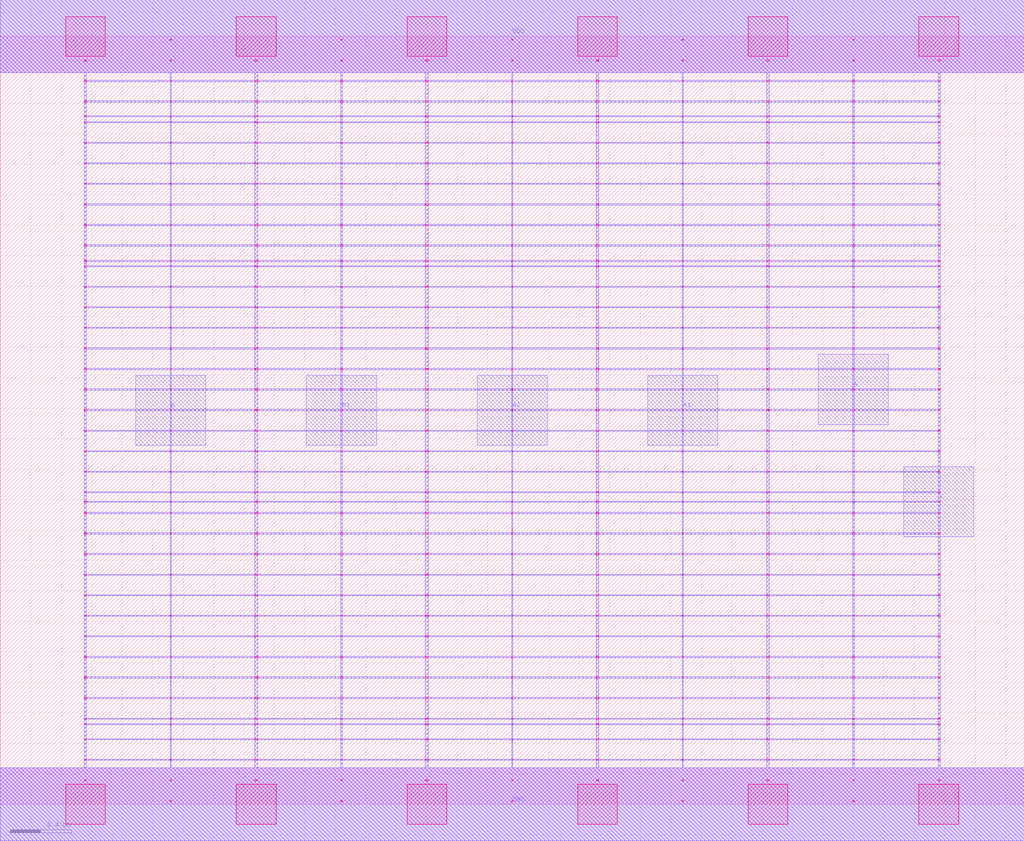
<source format=lef>
MACRO AAOI32_DEBUG
 CLASS CORE ;
 FOREIGN AAOI32_DEBUG 0 0 ;
 SIZE 6.72 BY 5.04 ;
 ORIGIN 0 0 ;
 SYMMETRY X Y R90 ;
 SITE unit ;
  PIN VDD
   DIRECTION INOUT ;
   USE SIGNAL ;
   SHAPE ABUTMENT ;
    PORT
     CLASS CORE ;
       LAYER met1 ;
        RECT 0.00000000 4.80000000 6.72000000 5.28000000 ;
       LAYER met2 ;
        RECT 0.00000000 4.80000000 6.72000000 5.28000000 ;
    END
  END VDD

  PIN GND
   DIRECTION INOUT ;
   USE SIGNAL ;
   SHAPE ABUTMENT ;
    PORT
     CLASS CORE ;
       LAYER met1 ;
        RECT 0.00000000 -0.24000000 6.72000000 0.24000000 ;
       LAYER met2 ;
        RECT 0.00000000 -0.24000000 6.72000000 0.24000000 ;
    END
  END GND

  PIN Y
   DIRECTION INOUT ;
   USE SIGNAL ;
   SHAPE ABUTMENT ;
    PORT
     CLASS CORE ;
       LAYER met2 ;
        RECT 5.93000000 1.75500000 6.39000000 2.21500000 ;
    END
  END Y

  PIN B
   DIRECTION INOUT ;
   USE SIGNAL ;
   SHAPE ABUTMENT ;
    PORT
     CLASS CORE ;
       LAYER met2 ;
        RECT 0.89000000 2.35700000 1.35000000 2.81700000 ;
    END
  END B

  PIN B1
   DIRECTION INOUT ;
   USE SIGNAL ;
   SHAPE ABUTMENT ;
    PORT
     CLASS CORE ;
       LAYER met2 ;
        RECT 2.01000000 2.35700000 2.47000000 2.81700000 ;
    END
  END B1

  PIN A1
   DIRECTION INOUT ;
   USE SIGNAL ;
   SHAPE ABUTMENT ;
    PORT
     CLASS CORE ;
       LAYER met2 ;
        RECT 4.25000000 2.35700000 4.71000000 2.81700000 ;
    END
  END A1

  PIN A
   DIRECTION INOUT ;
   USE SIGNAL ;
   SHAPE ABUTMENT ;
    PORT
     CLASS CORE ;
       LAYER met2 ;
        RECT 5.37000000 2.49200000 5.83000000 2.95200000 ;
    END
  END A

  PIN A2
   DIRECTION INOUT ;
   USE SIGNAL ;
   SHAPE ABUTMENT ;
    PORT
     CLASS CORE ;
       LAYER met2 ;
        RECT 3.13000000 2.35700000 3.59000000 2.81700000 ;
    END
  END A2

 OBS
    LAYER polycont ;
     RECT 0.55100000 2.58300000 0.56400000 2.59100000 ;
     RECT 1.11600000 2.58300000 1.12400000 2.59100000 ;
     RECT 1.67100000 2.58300000 1.68900000 2.59100000 ;
     RECT 2.23600000 2.58300000 2.24400000 2.59100000 ;
     RECT 2.79100000 2.58300000 2.80900000 2.59100000 ;
     RECT 3.35600000 2.58300000 3.36400000 2.59100000 ;
     RECT 3.91100000 2.58300000 3.92900000 2.59100000 ;
     RECT 4.47600000 2.58300000 4.48400000 2.59100000 ;
     RECT 5.03100000 2.58300000 5.04900000 2.59100000 ;
     RECT 5.59600000 2.58300000 5.60400000 2.59100000 ;
     RECT 6.15600000 2.58300000 6.16900000 2.59100000 ;
     RECT 0.55100000 2.71800000 0.56400000 2.72600000 ;
     RECT 1.11600000 2.71800000 1.12400000 2.72600000 ;
     RECT 1.67100000 2.71800000 1.68900000 2.72600000 ;
     RECT 2.23600000 2.71800000 2.24400000 2.72600000 ;
     RECT 2.79100000 2.71800000 2.80900000 2.72600000 ;
     RECT 3.35600000 2.71800000 3.36400000 2.72600000 ;
     RECT 3.91100000 2.71800000 3.92900000 2.72600000 ;
     RECT 4.47600000 2.71800000 4.48400000 2.72600000 ;
     RECT 5.03100000 2.71800000 5.04900000 2.72600000 ;
     RECT 5.59600000 2.71800000 5.60400000 2.72600000 ;
     RECT 6.15600000 2.71800000 6.16900000 2.72600000 ;
     RECT 0.55100000 2.85300000 0.56400000 2.86100000 ;
     RECT 1.11600000 2.85300000 1.12400000 2.86100000 ;
     RECT 1.67100000 2.85300000 1.68900000 2.86100000 ;
     RECT 2.23600000 2.85300000 2.24400000 2.86100000 ;
     RECT 2.79100000 2.85300000 2.80900000 2.86100000 ;
     RECT 3.35600000 2.85300000 3.36400000 2.86100000 ;
     RECT 3.91100000 2.85300000 3.92900000 2.86100000 ;
     RECT 4.47600000 2.85300000 4.48400000 2.86100000 ;
     RECT 5.03100000 2.85300000 5.04900000 2.86100000 ;
     RECT 5.59600000 2.85300000 5.60400000 2.86100000 ;
     RECT 6.15600000 2.85300000 6.16900000 2.86100000 ;
     RECT 0.55100000 2.98800000 0.56400000 2.99600000 ;
     RECT 1.11600000 2.98800000 1.12400000 2.99600000 ;
     RECT 1.67100000 2.98800000 1.68900000 2.99600000 ;
     RECT 2.23600000 2.98800000 2.24400000 2.99600000 ;
     RECT 2.79100000 2.98800000 2.80900000 2.99600000 ;
     RECT 3.35600000 2.98800000 3.36400000 2.99600000 ;
     RECT 3.91100000 2.98800000 3.92900000 2.99600000 ;
     RECT 4.47600000 2.98800000 4.48400000 2.99600000 ;
     RECT 5.03100000 2.98800000 5.04900000 2.99600000 ;
     RECT 5.59600000 2.98800000 5.60400000 2.99600000 ;
     RECT 6.15600000 2.98800000 6.16900000 2.99600000 ;

    LAYER pdiffc ;
     RECT 0.55100000 3.39300000 0.55900000 3.40100000 ;
     RECT 6.16100000 3.39300000 6.16900000 3.40100000 ;
     RECT 0.55100000 3.52800000 0.55900000 3.53600000 ;
     RECT 6.16100000 3.52800000 6.16900000 3.53600000 ;
     RECT 0.55100000 3.56100000 0.55900000 3.56900000 ;
     RECT 6.16100000 3.56100000 6.16900000 3.56900000 ;
     RECT 0.55100000 3.66300000 0.55900000 3.67100000 ;
     RECT 6.16100000 3.66300000 6.16900000 3.67100000 ;
     RECT 0.55100000 3.79800000 0.55900000 3.80600000 ;
     RECT 6.16100000 3.79800000 6.16900000 3.80600000 ;
     RECT 0.55100000 3.93300000 0.55900000 3.94100000 ;
     RECT 6.16100000 3.93300000 6.16900000 3.94100000 ;
     RECT 0.55100000 4.06800000 0.55900000 4.07600000 ;
     RECT 6.16100000 4.06800000 6.16900000 4.07600000 ;
     RECT 0.55100000 4.20300000 0.55900000 4.21100000 ;
     RECT 6.16100000 4.20300000 6.16900000 4.21100000 ;
     RECT 0.55100000 4.33800000 0.55900000 4.34600000 ;
     RECT 6.16100000 4.33800000 6.16900000 4.34600000 ;
     RECT 0.55100000 4.47300000 0.55900000 4.48100000 ;
     RECT 6.16100000 4.47300000 6.16900000 4.48100000 ;
     RECT 0.55100000 4.51100000 0.55900000 4.51900000 ;
     RECT 6.16100000 4.51100000 6.16900000 4.51900000 ;
     RECT 0.55100000 4.60800000 0.55900000 4.61600000 ;
     RECT 6.16100000 4.60800000 6.16900000 4.61600000 ;

    LAYER ndiffc ;
     RECT 0.55100000 0.42300000 0.56400000 0.43100000 ;
     RECT 1.67100000 0.42300000 1.68900000 0.43100000 ;
     RECT 2.79100000 0.42300000 2.80900000 0.43100000 ;
     RECT 3.91100000 0.42300000 3.92900000 0.43100000 ;
     RECT 5.03100000 0.42300000 5.04900000 0.43100000 ;
     RECT 6.15600000 0.42300000 6.16900000 0.43100000 ;
     RECT 0.55100000 0.52100000 0.56400000 0.52900000 ;
     RECT 1.67100000 0.52100000 1.68900000 0.52900000 ;
     RECT 2.79100000 0.52100000 2.80900000 0.52900000 ;
     RECT 3.91100000 0.52100000 3.92900000 0.52900000 ;
     RECT 5.03100000 0.52100000 5.04900000 0.52900000 ;
     RECT 6.15600000 0.52100000 6.16900000 0.52900000 ;
     RECT 0.55100000 0.55800000 0.56400000 0.56600000 ;
     RECT 1.67100000 0.55800000 1.68900000 0.56600000 ;
     RECT 2.79100000 0.55800000 2.80900000 0.56600000 ;
     RECT 3.91100000 0.55800000 3.92900000 0.56600000 ;
     RECT 5.03100000 0.55800000 5.04900000 0.56600000 ;
     RECT 6.15600000 0.55800000 6.16900000 0.56600000 ;
     RECT 0.55100000 0.69300000 0.56400000 0.70100000 ;
     RECT 1.67100000 0.69300000 1.68900000 0.70100000 ;
     RECT 2.79100000 0.69300000 2.80900000 0.70100000 ;
     RECT 3.91100000 0.69300000 3.92900000 0.70100000 ;
     RECT 5.03100000 0.69300000 5.04900000 0.70100000 ;
     RECT 6.15600000 0.69300000 6.16900000 0.70100000 ;
     RECT 0.55100000 0.82800000 0.56400000 0.83600000 ;
     RECT 1.67100000 0.82800000 1.68900000 0.83600000 ;
     RECT 2.79100000 0.82800000 2.80900000 0.83600000 ;
     RECT 3.91100000 0.82800000 3.92900000 0.83600000 ;
     RECT 5.03100000 0.82800000 5.04900000 0.83600000 ;
     RECT 6.15600000 0.82800000 6.16900000 0.83600000 ;
     RECT 0.55100000 0.96300000 0.56400000 0.97100000 ;
     RECT 1.67100000 0.96300000 1.68900000 0.97100000 ;
     RECT 2.79100000 0.96300000 2.80900000 0.97100000 ;
     RECT 3.91100000 0.96300000 3.92900000 0.97100000 ;
     RECT 5.03100000 0.96300000 5.04900000 0.97100000 ;
     RECT 6.15600000 0.96300000 6.16900000 0.97100000 ;
     RECT 0.55100000 1.09800000 0.56400000 1.10600000 ;
     RECT 1.67100000 1.09800000 1.68900000 1.10600000 ;
     RECT 2.79100000 1.09800000 2.80900000 1.10600000 ;
     RECT 3.91100000 1.09800000 3.92900000 1.10600000 ;
     RECT 5.03100000 1.09800000 5.04900000 1.10600000 ;
     RECT 6.15600000 1.09800000 6.16900000 1.10600000 ;
     RECT 0.55100000 1.23300000 0.56400000 1.24100000 ;
     RECT 1.67100000 1.23300000 1.68900000 1.24100000 ;
     RECT 2.79100000 1.23300000 2.80900000 1.24100000 ;
     RECT 3.91100000 1.23300000 3.92900000 1.24100000 ;
     RECT 5.03100000 1.23300000 5.04900000 1.24100000 ;
     RECT 6.15600000 1.23300000 6.16900000 1.24100000 ;
     RECT 0.55100000 1.36800000 0.56400000 1.37600000 ;
     RECT 1.67100000 1.36800000 1.68900000 1.37600000 ;
     RECT 2.79100000 1.36800000 2.80900000 1.37600000 ;
     RECT 3.91100000 1.36800000 3.92900000 1.37600000 ;
     RECT 5.03100000 1.36800000 5.04900000 1.37600000 ;
     RECT 6.15600000 1.36800000 6.16900000 1.37600000 ;
     RECT 0.55100000 1.50300000 0.56400000 1.51100000 ;
     RECT 1.67100000 1.50300000 1.68900000 1.51100000 ;
     RECT 2.79100000 1.50300000 2.80900000 1.51100000 ;
     RECT 3.91100000 1.50300000 3.92900000 1.51100000 ;
     RECT 5.03100000 1.50300000 5.04900000 1.51100000 ;
     RECT 6.15600000 1.50300000 6.16900000 1.51100000 ;
     RECT 0.55100000 1.63800000 0.56400000 1.64600000 ;
     RECT 1.67100000 1.63800000 1.68900000 1.64600000 ;
     RECT 2.79100000 1.63800000 2.80900000 1.64600000 ;
     RECT 3.91100000 1.63800000 3.92900000 1.64600000 ;
     RECT 5.03100000 1.63800000 5.04900000 1.64600000 ;
     RECT 6.15600000 1.63800000 6.16900000 1.64600000 ;
     RECT 0.55100000 1.77300000 0.56400000 1.78100000 ;
     RECT 1.67100000 1.77300000 1.68900000 1.78100000 ;
     RECT 2.79100000 1.77300000 2.80900000 1.78100000 ;
     RECT 3.91100000 1.77300000 3.92900000 1.78100000 ;
     RECT 5.03100000 1.77300000 5.04900000 1.78100000 ;
     RECT 6.15600000 1.77300000 6.16900000 1.78100000 ;
     RECT 0.55100000 1.90800000 0.56400000 1.91600000 ;
     RECT 1.67100000 1.90800000 1.68900000 1.91600000 ;
     RECT 2.79100000 1.90800000 2.80900000 1.91600000 ;
     RECT 3.91100000 1.90800000 3.92900000 1.91600000 ;
     RECT 5.03100000 1.90800000 5.04900000 1.91600000 ;
     RECT 6.15600000 1.90800000 6.16900000 1.91600000 ;
     RECT 0.55100000 1.98100000 0.56400000 1.98900000 ;
     RECT 1.67100000 1.98100000 1.68900000 1.98900000 ;
     RECT 2.79100000 1.98100000 2.80900000 1.98900000 ;
     RECT 3.91100000 1.98100000 3.92900000 1.98900000 ;
     RECT 5.03100000 1.98100000 5.04900000 1.98900000 ;
     RECT 6.15600000 1.98100000 6.16900000 1.98900000 ;
     RECT 0.55100000 2.04300000 0.56400000 2.05100000 ;
     RECT 1.67100000 2.04300000 1.68900000 2.05100000 ;
     RECT 2.79100000 2.04300000 2.80900000 2.05100000 ;
     RECT 3.91100000 2.04300000 3.92900000 2.05100000 ;
     RECT 5.03100000 2.04300000 5.04900000 2.05100000 ;
     RECT 6.15600000 2.04300000 6.16900000 2.05100000 ;

    LAYER met1 ;
     RECT 0.00000000 -0.24000000 6.72000000 0.24000000 ;
     RECT 3.35600000 0.24000000 3.36400000 0.28800000 ;
     RECT 0.55100000 0.28800000 6.16900000 0.29600000 ;
     RECT 3.35600000 0.29600000 3.36400000 0.42300000 ;
     RECT 0.55100000 0.42300000 6.16900000 0.43100000 ;
     RECT 3.35600000 0.43100000 3.36400000 0.52100000 ;
     RECT 0.55100000 0.52100000 6.16900000 0.52900000 ;
     RECT 3.35600000 0.52900000 3.36400000 0.55800000 ;
     RECT 0.55100000 0.55800000 6.16900000 0.56600000 ;
     RECT 3.35600000 0.56600000 3.36400000 0.69300000 ;
     RECT 0.55100000 0.69300000 6.16900000 0.70100000 ;
     RECT 3.35600000 0.70100000 3.36400000 0.82800000 ;
     RECT 0.55100000 0.82800000 6.16900000 0.83600000 ;
     RECT 3.35600000 0.83600000 3.36400000 0.96300000 ;
     RECT 0.55100000 0.96300000 6.16900000 0.97100000 ;
     RECT 3.35600000 0.97100000 3.36400000 1.09800000 ;
     RECT 0.55100000 1.09800000 6.16900000 1.10600000 ;
     RECT 3.35600000 1.10600000 3.36400000 1.23300000 ;
     RECT 0.55100000 1.23300000 6.16900000 1.24100000 ;
     RECT 3.35600000 1.24100000 3.36400000 1.36800000 ;
     RECT 0.55100000 1.36800000 6.16900000 1.37600000 ;
     RECT 3.35600000 1.37600000 3.36400000 1.50300000 ;
     RECT 0.55100000 1.50300000 6.16900000 1.51100000 ;
     RECT 3.35600000 1.51100000 3.36400000 1.63800000 ;
     RECT 0.55100000 1.63800000 6.16900000 1.64600000 ;
     RECT 3.35600000 1.64600000 3.36400000 1.77300000 ;
     RECT 0.55100000 1.77300000 6.16900000 1.78100000 ;
     RECT 3.35600000 1.78100000 3.36400000 1.90800000 ;
     RECT 0.55100000 1.90800000 6.16900000 1.91600000 ;
     RECT 3.35600000 1.91600000 3.36400000 1.98100000 ;
     RECT 0.55100000 1.98100000 6.16900000 1.98900000 ;
     RECT 3.35600000 1.98900000 3.36400000 2.04300000 ;
     RECT 0.55100000 2.04300000 6.16900000 2.05100000 ;
     RECT 3.35600000 2.05100000 3.36400000 2.17800000 ;
     RECT 0.55100000 2.17800000 6.16900000 2.18600000 ;
     RECT 3.35600000 2.18600000 3.36400000 2.31300000 ;
     RECT 0.55100000 2.31300000 6.16900000 2.32100000 ;
     RECT 3.35600000 2.32100000 3.36400000 2.44800000 ;
     RECT 0.55100000 2.44800000 6.16900000 2.45600000 ;
     RECT 0.55100000 2.45600000 0.56400000 2.58300000 ;
     RECT 1.11600000 2.45600000 1.12400000 2.58300000 ;
     RECT 1.67100000 2.45600000 1.68900000 2.58300000 ;
     RECT 2.23600000 2.45600000 2.24400000 2.58300000 ;
     RECT 2.79100000 2.45600000 2.80900000 2.58300000 ;
     RECT 3.35600000 2.45600000 3.36400000 2.58300000 ;
     RECT 3.91100000 2.45600000 3.92900000 2.58300000 ;
     RECT 4.47600000 2.45600000 4.48400000 2.58300000 ;
     RECT 5.03100000 2.45600000 5.04900000 2.58300000 ;
     RECT 5.59600000 2.45600000 5.60400000 2.58300000 ;
     RECT 6.15600000 2.45600000 6.16900000 2.58300000 ;
     RECT 0.55100000 2.58300000 6.16900000 2.59100000 ;
     RECT 3.35600000 2.59100000 3.36400000 2.71800000 ;
     RECT 0.55100000 2.71800000 6.16900000 2.72600000 ;
     RECT 3.35600000 2.72600000 3.36400000 2.85300000 ;
     RECT 0.55100000 2.85300000 6.16900000 2.86100000 ;
     RECT 3.35600000 2.86100000 3.36400000 2.98800000 ;
     RECT 0.55100000 2.98800000 6.16900000 2.99600000 ;
     RECT 3.35600000 2.99600000 3.36400000 3.12300000 ;
     RECT 0.55100000 3.12300000 6.16900000 3.13100000 ;
     RECT 3.35600000 3.13100000 3.36400000 3.25800000 ;
     RECT 0.55100000 3.25800000 6.16900000 3.26600000 ;
     RECT 3.35600000 3.26600000 3.36400000 3.39300000 ;
     RECT 0.55100000 3.39300000 6.16900000 3.40100000 ;
     RECT 3.35600000 3.40100000 3.36400000 3.52800000 ;
     RECT 0.55100000 3.52800000 6.16900000 3.53600000 ;
     RECT 3.35600000 3.53600000 3.36400000 3.56100000 ;
     RECT 0.55100000 3.56100000 6.16900000 3.56900000 ;
     RECT 3.35600000 3.56900000 3.36400000 3.66300000 ;
     RECT 0.55100000 3.66300000 6.16900000 3.67100000 ;
     RECT 3.35600000 3.67100000 3.36400000 3.79800000 ;
     RECT 0.55100000 3.79800000 6.16900000 3.80600000 ;
     RECT 3.35600000 3.80600000 3.36400000 3.93300000 ;
     RECT 0.55100000 3.93300000 6.16900000 3.94100000 ;
     RECT 3.35600000 3.94100000 3.36400000 4.06800000 ;
     RECT 0.55100000 4.06800000 6.16900000 4.07600000 ;
     RECT 3.35600000 4.07600000 3.36400000 4.20300000 ;
     RECT 0.55100000 4.20300000 6.16900000 4.21100000 ;
     RECT 3.35600000 4.21100000 3.36400000 4.33800000 ;
     RECT 0.55100000 4.33800000 6.16900000 4.34600000 ;
     RECT 3.35600000 4.34600000 3.36400000 4.47300000 ;
     RECT 0.55100000 4.47300000 6.16900000 4.48100000 ;
     RECT 3.35600000 4.48100000 3.36400000 4.51100000 ;
     RECT 0.55100000 4.51100000 6.16900000 4.51900000 ;
     RECT 3.35600000 4.51900000 3.36400000 4.60800000 ;
     RECT 0.55100000 4.60800000 6.16900000 4.61600000 ;
     RECT 3.35600000 4.61600000 3.36400000 4.74300000 ;
     RECT 0.55100000 4.74300000 6.16900000 4.75100000 ;
     RECT 3.35600000 4.75100000 3.36400000 4.80000000 ;
     RECT 0.00000000 4.80000000 6.72000000 5.28000000 ;
     RECT 5.03100000 3.26600000 5.04900000 3.39300000 ;
     RECT 5.59600000 3.26600000 5.60400000 3.39300000 ;
     RECT 6.15600000 3.26600000 6.16900000 3.39300000 ;
     RECT 5.59600000 2.72600000 5.60400000 2.85300000 ;
     RECT 6.15600000 2.72600000 6.16900000 2.85300000 ;
     RECT 3.91100000 3.40100000 3.92900000 3.52800000 ;
     RECT 4.47600000 3.40100000 4.48400000 3.52800000 ;
     RECT 5.03100000 3.40100000 5.04900000 3.52800000 ;
     RECT 5.59600000 3.40100000 5.60400000 3.52800000 ;
     RECT 6.15600000 3.40100000 6.16900000 3.52800000 ;
     RECT 5.03100000 2.59100000 5.04900000 2.71800000 ;
     RECT 5.59600000 2.59100000 5.60400000 2.71800000 ;
     RECT 3.91100000 3.53600000 3.92900000 3.56100000 ;
     RECT 4.47600000 3.53600000 4.48400000 3.56100000 ;
     RECT 5.03100000 3.53600000 5.04900000 3.56100000 ;
     RECT 5.59600000 3.53600000 5.60400000 3.56100000 ;
     RECT 6.15600000 3.53600000 6.16900000 3.56100000 ;
     RECT 3.91100000 2.86100000 3.92900000 2.98800000 ;
     RECT 4.47600000 2.86100000 4.48400000 2.98800000 ;
     RECT 3.91100000 3.56900000 3.92900000 3.66300000 ;
     RECT 4.47600000 3.56900000 4.48400000 3.66300000 ;
     RECT 5.03100000 3.56900000 5.04900000 3.66300000 ;
     RECT 5.59600000 3.56900000 5.60400000 3.66300000 ;
     RECT 6.15600000 3.56900000 6.16900000 3.66300000 ;
     RECT 5.03100000 2.86100000 5.04900000 2.98800000 ;
     RECT 5.59600000 2.86100000 5.60400000 2.98800000 ;
     RECT 3.91100000 3.67100000 3.92900000 3.79800000 ;
     RECT 4.47600000 3.67100000 4.48400000 3.79800000 ;
     RECT 5.03100000 3.67100000 5.04900000 3.79800000 ;
     RECT 5.59600000 3.67100000 5.60400000 3.79800000 ;
     RECT 6.15600000 3.67100000 6.16900000 3.79800000 ;
     RECT 6.15600000 2.86100000 6.16900000 2.98800000 ;
     RECT 6.15600000 2.59100000 6.16900000 2.71800000 ;
     RECT 3.91100000 3.80600000 3.92900000 3.93300000 ;
     RECT 4.47600000 3.80600000 4.48400000 3.93300000 ;
     RECT 5.03100000 3.80600000 5.04900000 3.93300000 ;
     RECT 5.59600000 3.80600000 5.60400000 3.93300000 ;
     RECT 6.15600000 3.80600000 6.16900000 3.93300000 ;
     RECT 3.91100000 2.59100000 3.92900000 2.71800000 ;
     RECT 3.91100000 2.99600000 3.92900000 3.12300000 ;
     RECT 3.91100000 3.94100000 3.92900000 4.06800000 ;
     RECT 4.47600000 3.94100000 4.48400000 4.06800000 ;
     RECT 5.03100000 3.94100000 5.04900000 4.06800000 ;
     RECT 5.59600000 3.94100000 5.60400000 4.06800000 ;
     RECT 6.15600000 3.94100000 6.16900000 4.06800000 ;
     RECT 4.47600000 2.99600000 4.48400000 3.12300000 ;
     RECT 5.03100000 2.99600000 5.04900000 3.12300000 ;
     RECT 3.91100000 4.07600000 3.92900000 4.20300000 ;
     RECT 4.47600000 4.07600000 4.48400000 4.20300000 ;
     RECT 5.03100000 4.07600000 5.04900000 4.20300000 ;
     RECT 5.59600000 4.07600000 5.60400000 4.20300000 ;
     RECT 6.15600000 4.07600000 6.16900000 4.20300000 ;
     RECT 5.59600000 2.99600000 5.60400000 3.12300000 ;
     RECT 6.15600000 2.99600000 6.16900000 3.12300000 ;
     RECT 3.91100000 4.21100000 3.92900000 4.33800000 ;
     RECT 4.47600000 4.21100000 4.48400000 4.33800000 ;
     RECT 5.03100000 4.21100000 5.04900000 4.33800000 ;
     RECT 5.59600000 4.21100000 5.60400000 4.33800000 ;
     RECT 6.15600000 4.21100000 6.16900000 4.33800000 ;
     RECT 4.47600000 2.59100000 4.48400000 2.71800000 ;
     RECT 3.91100000 2.72600000 3.92900000 2.85300000 ;
     RECT 3.91100000 4.34600000 3.92900000 4.47300000 ;
     RECT 4.47600000 4.34600000 4.48400000 4.47300000 ;
     RECT 5.03100000 4.34600000 5.04900000 4.47300000 ;
     RECT 5.59600000 4.34600000 5.60400000 4.47300000 ;
     RECT 6.15600000 4.34600000 6.16900000 4.47300000 ;
     RECT 3.91100000 3.13100000 3.92900000 3.25800000 ;
     RECT 4.47600000 3.13100000 4.48400000 3.25800000 ;
     RECT 3.91100000 4.48100000 3.92900000 4.51100000 ;
     RECT 4.47600000 4.48100000 4.48400000 4.51100000 ;
     RECT 5.03100000 4.48100000 5.04900000 4.51100000 ;
     RECT 5.59600000 4.48100000 5.60400000 4.51100000 ;
     RECT 6.15600000 4.48100000 6.16900000 4.51100000 ;
     RECT 5.03100000 3.13100000 5.04900000 3.25800000 ;
     RECT 5.59600000 3.13100000 5.60400000 3.25800000 ;
     RECT 3.91100000 4.51900000 3.92900000 4.60800000 ;
     RECT 4.47600000 4.51900000 4.48400000 4.60800000 ;
     RECT 5.03100000 4.51900000 5.04900000 4.60800000 ;
     RECT 5.59600000 4.51900000 5.60400000 4.60800000 ;
     RECT 6.15600000 4.51900000 6.16900000 4.60800000 ;
     RECT 6.15600000 3.13100000 6.16900000 3.25800000 ;
     RECT 4.47600000 2.72600000 4.48400000 2.85300000 ;
     RECT 3.91100000 4.61600000 3.92900000 4.74300000 ;
     RECT 4.47600000 4.61600000 4.48400000 4.74300000 ;
     RECT 5.03100000 4.61600000 5.04900000 4.74300000 ;
     RECT 5.59600000 4.61600000 5.60400000 4.74300000 ;
     RECT 6.15600000 4.61600000 6.16900000 4.74300000 ;
     RECT 5.03100000 2.72600000 5.04900000 2.85300000 ;
     RECT 3.91100000 3.26600000 3.92900000 3.39300000 ;
     RECT 3.91100000 4.75100000 3.92900000 4.80000000 ;
     RECT 4.47600000 4.75100000 4.48400000 4.80000000 ;
     RECT 5.03100000 4.75100000 5.04900000 4.80000000 ;
     RECT 5.59600000 4.75100000 5.60400000 4.80000000 ;
     RECT 6.15600000 4.75100000 6.16900000 4.80000000 ;
     RECT 4.47600000 3.26600000 4.48400000 3.39300000 ;
     RECT 1.11600000 3.94100000 1.12400000 4.06800000 ;
     RECT 1.67100000 3.94100000 1.68900000 4.06800000 ;
     RECT 2.23600000 3.94100000 2.24400000 4.06800000 ;
     RECT 2.79100000 3.94100000 2.80900000 4.06800000 ;
     RECT 0.55100000 2.72600000 0.56400000 2.85300000 ;
     RECT 1.11600000 2.72600000 1.12400000 2.85300000 ;
     RECT 0.55100000 2.86100000 0.56400000 2.98800000 ;
     RECT 1.11600000 2.86100000 1.12400000 2.98800000 ;
     RECT 1.67100000 2.86100000 1.68900000 2.98800000 ;
     RECT 2.23600000 2.86100000 2.24400000 2.98800000 ;
     RECT 0.55100000 3.13100000 0.56400000 3.25800000 ;
     RECT 0.55100000 4.07600000 0.56400000 4.20300000 ;
     RECT 1.11600000 4.07600000 1.12400000 4.20300000 ;
     RECT 1.67100000 4.07600000 1.68900000 4.20300000 ;
     RECT 2.23600000 4.07600000 2.24400000 4.20300000 ;
     RECT 2.79100000 4.07600000 2.80900000 4.20300000 ;
     RECT 0.55100000 3.53600000 0.56400000 3.56100000 ;
     RECT 1.11600000 3.53600000 1.12400000 3.56100000 ;
     RECT 1.67100000 3.53600000 1.68900000 3.56100000 ;
     RECT 2.23600000 3.53600000 2.24400000 3.56100000 ;
     RECT 2.79100000 3.53600000 2.80900000 3.56100000 ;
     RECT 1.11600000 3.13100000 1.12400000 3.25800000 ;
     RECT 1.67100000 3.13100000 1.68900000 3.25800000 ;
     RECT 0.55100000 4.21100000 0.56400000 4.33800000 ;
     RECT 1.11600000 4.21100000 1.12400000 4.33800000 ;
     RECT 1.67100000 4.21100000 1.68900000 4.33800000 ;
     RECT 2.23600000 4.21100000 2.24400000 4.33800000 ;
     RECT 2.79100000 4.21100000 2.80900000 4.33800000 ;
     RECT 2.23600000 3.13100000 2.24400000 3.25800000 ;
     RECT 2.79100000 3.13100000 2.80900000 3.25800000 ;
     RECT 2.79100000 2.86100000 2.80900000 2.98800000 ;
     RECT 1.67100000 2.72600000 1.68900000 2.85300000 ;
     RECT 2.23600000 2.72600000 2.24400000 2.85300000 ;
     RECT 0.55100000 3.56900000 0.56400000 3.66300000 ;
     RECT 1.11600000 3.56900000 1.12400000 3.66300000 ;
     RECT 0.55100000 4.34600000 0.56400000 4.47300000 ;
     RECT 1.11600000 4.34600000 1.12400000 4.47300000 ;
     RECT 1.67100000 4.34600000 1.68900000 4.47300000 ;
     RECT 2.23600000 4.34600000 2.24400000 4.47300000 ;
     RECT 2.79100000 4.34600000 2.80900000 4.47300000 ;
     RECT 1.67100000 3.56900000 1.68900000 3.66300000 ;
     RECT 2.23600000 3.56900000 2.24400000 3.66300000 ;
     RECT 2.79100000 3.56900000 2.80900000 3.66300000 ;
     RECT 2.79100000 2.72600000 2.80900000 2.85300000 ;
     RECT 1.67100000 2.59100000 1.68900000 2.71800000 ;
     RECT 2.23600000 2.59100000 2.24400000 2.71800000 ;
     RECT 2.79100000 2.59100000 2.80900000 2.71800000 ;
     RECT 0.55100000 4.48100000 0.56400000 4.51100000 ;
     RECT 1.11600000 4.48100000 1.12400000 4.51100000 ;
     RECT 1.67100000 4.48100000 1.68900000 4.51100000 ;
     RECT 2.23600000 4.48100000 2.24400000 4.51100000 ;
     RECT 2.79100000 4.48100000 2.80900000 4.51100000 ;
     RECT 0.55100000 3.26600000 0.56400000 3.39300000 ;
     RECT 1.11600000 3.26600000 1.12400000 3.39300000 ;
     RECT 1.67100000 3.26600000 1.68900000 3.39300000 ;
     RECT 0.55100000 3.67100000 0.56400000 3.79800000 ;
     RECT 1.11600000 3.67100000 1.12400000 3.79800000 ;
     RECT 1.67100000 3.67100000 1.68900000 3.79800000 ;
     RECT 2.23600000 3.67100000 2.24400000 3.79800000 ;
     RECT 0.55100000 4.51900000 0.56400000 4.60800000 ;
     RECT 1.11600000 4.51900000 1.12400000 4.60800000 ;
     RECT 1.67100000 4.51900000 1.68900000 4.60800000 ;
     RECT 2.23600000 4.51900000 2.24400000 4.60800000 ;
     RECT 2.79100000 4.51900000 2.80900000 4.60800000 ;
     RECT 2.79100000 3.67100000 2.80900000 3.79800000 ;
     RECT 2.23600000 3.26600000 2.24400000 3.39300000 ;
     RECT 2.79100000 3.26600000 2.80900000 3.39300000 ;
     RECT 0.55100000 2.59100000 0.56400000 2.71800000 ;
     RECT 0.55100000 2.99600000 0.56400000 3.12300000 ;
     RECT 1.11600000 2.99600000 1.12400000 3.12300000 ;
     RECT 1.67100000 2.99600000 1.68900000 3.12300000 ;
     RECT 0.55100000 4.61600000 0.56400000 4.74300000 ;
     RECT 1.11600000 4.61600000 1.12400000 4.74300000 ;
     RECT 1.67100000 4.61600000 1.68900000 4.74300000 ;
     RECT 2.23600000 4.61600000 2.24400000 4.74300000 ;
     RECT 2.79100000 4.61600000 2.80900000 4.74300000 ;
     RECT 2.23600000 2.99600000 2.24400000 3.12300000 ;
     RECT 0.55100000 3.80600000 0.56400000 3.93300000 ;
     RECT 1.11600000 3.80600000 1.12400000 3.93300000 ;
     RECT 1.67100000 3.80600000 1.68900000 3.93300000 ;
     RECT 2.23600000 3.80600000 2.24400000 3.93300000 ;
     RECT 2.79100000 3.80600000 2.80900000 3.93300000 ;
     RECT 2.79100000 2.99600000 2.80900000 3.12300000 ;
     RECT 0.55100000 4.75100000 0.56400000 4.80000000 ;
     RECT 1.11600000 4.75100000 1.12400000 4.80000000 ;
     RECT 1.67100000 4.75100000 1.68900000 4.80000000 ;
     RECT 2.23600000 4.75100000 2.24400000 4.80000000 ;
     RECT 2.79100000 4.75100000 2.80900000 4.80000000 ;
     RECT 1.11600000 2.59100000 1.12400000 2.71800000 ;
     RECT 0.55100000 3.40100000 0.56400000 3.52800000 ;
     RECT 1.11600000 3.40100000 1.12400000 3.52800000 ;
     RECT 1.67100000 3.40100000 1.68900000 3.52800000 ;
     RECT 2.23600000 3.40100000 2.24400000 3.52800000 ;
     RECT 2.79100000 3.40100000 2.80900000 3.52800000 ;
     RECT 0.55100000 3.94100000 0.56400000 4.06800000 ;
     RECT 2.79100000 1.64600000 2.80900000 1.77300000 ;
     RECT 2.23600000 0.52900000 2.24400000 0.55800000 ;
     RECT 2.79100000 0.52900000 2.80900000 0.55800000 ;
     RECT 0.55100000 1.78100000 0.56400000 1.90800000 ;
     RECT 1.11600000 1.78100000 1.12400000 1.90800000 ;
     RECT 1.67100000 1.78100000 1.68900000 1.90800000 ;
     RECT 2.23600000 1.78100000 2.24400000 1.90800000 ;
     RECT 2.79100000 1.78100000 2.80900000 1.90800000 ;
     RECT 1.11600000 0.24000000 1.12400000 0.28800000 ;
     RECT 0.55100000 0.29600000 0.56400000 0.42300000 ;
     RECT 0.55100000 1.91600000 0.56400000 1.98100000 ;
     RECT 1.11600000 1.91600000 1.12400000 1.98100000 ;
     RECT 1.67100000 1.91600000 1.68900000 1.98100000 ;
     RECT 2.23600000 1.91600000 2.24400000 1.98100000 ;
     RECT 2.79100000 1.91600000 2.80900000 1.98100000 ;
     RECT 0.55100000 0.56600000 0.56400000 0.69300000 ;
     RECT 1.11600000 0.56600000 1.12400000 0.69300000 ;
     RECT 0.55100000 1.98900000 0.56400000 2.04300000 ;
     RECT 1.11600000 1.98900000 1.12400000 2.04300000 ;
     RECT 1.67100000 1.98900000 1.68900000 2.04300000 ;
     RECT 2.23600000 1.98900000 2.24400000 2.04300000 ;
     RECT 2.79100000 1.98900000 2.80900000 2.04300000 ;
     RECT 1.67100000 0.56600000 1.68900000 0.69300000 ;
     RECT 2.23600000 0.56600000 2.24400000 0.69300000 ;
     RECT 0.55100000 2.05100000 0.56400000 2.17800000 ;
     RECT 1.11600000 2.05100000 1.12400000 2.17800000 ;
     RECT 1.67100000 2.05100000 1.68900000 2.17800000 ;
     RECT 2.23600000 2.05100000 2.24400000 2.17800000 ;
     RECT 2.79100000 2.05100000 2.80900000 2.17800000 ;
     RECT 2.79100000 0.56600000 2.80900000 0.69300000 ;
     RECT 1.11600000 0.29600000 1.12400000 0.42300000 ;
     RECT 0.55100000 2.18600000 0.56400000 2.31300000 ;
     RECT 1.11600000 2.18600000 1.12400000 2.31300000 ;
     RECT 1.67100000 2.18600000 1.68900000 2.31300000 ;
     RECT 2.23600000 2.18600000 2.24400000 2.31300000 ;
     RECT 2.79100000 2.18600000 2.80900000 2.31300000 ;
     RECT 1.67100000 0.29600000 1.68900000 0.42300000 ;
     RECT 0.55100000 0.70100000 0.56400000 0.82800000 ;
     RECT 0.55100000 2.32100000 0.56400000 2.44800000 ;
     RECT 1.11600000 2.32100000 1.12400000 2.44800000 ;
     RECT 1.67100000 2.32100000 1.68900000 2.44800000 ;
     RECT 2.23600000 2.32100000 2.24400000 2.44800000 ;
     RECT 2.79100000 2.32100000 2.80900000 2.44800000 ;
     RECT 1.11600000 0.70100000 1.12400000 0.82800000 ;
     RECT 1.67100000 0.70100000 1.68900000 0.82800000 ;
     RECT 2.23600000 0.70100000 2.24400000 0.82800000 ;
     RECT 2.79100000 0.70100000 2.80900000 0.82800000 ;
     RECT 2.23600000 0.29600000 2.24400000 0.42300000 ;
     RECT 2.79100000 0.29600000 2.80900000 0.42300000 ;
     RECT 0.55100000 0.83600000 0.56400000 0.96300000 ;
     RECT 1.11600000 0.83600000 1.12400000 0.96300000 ;
     RECT 1.67100000 0.83600000 1.68900000 0.96300000 ;
     RECT 2.23600000 0.83600000 2.24400000 0.96300000 ;
     RECT 2.79100000 0.83600000 2.80900000 0.96300000 ;
     RECT 1.67100000 0.24000000 1.68900000 0.28800000 ;
     RECT 2.23600000 0.24000000 2.24400000 0.28800000 ;
     RECT 0.55100000 0.97100000 0.56400000 1.09800000 ;
     RECT 1.11600000 0.97100000 1.12400000 1.09800000 ;
     RECT 1.67100000 0.97100000 1.68900000 1.09800000 ;
     RECT 2.23600000 0.97100000 2.24400000 1.09800000 ;
     RECT 2.79100000 0.97100000 2.80900000 1.09800000 ;
     RECT 0.55100000 0.43100000 0.56400000 0.52100000 ;
     RECT 1.11600000 0.43100000 1.12400000 0.52100000 ;
     RECT 0.55100000 1.10600000 0.56400000 1.23300000 ;
     RECT 1.11600000 1.10600000 1.12400000 1.23300000 ;
     RECT 1.67100000 1.10600000 1.68900000 1.23300000 ;
     RECT 2.23600000 1.10600000 2.24400000 1.23300000 ;
     RECT 2.79100000 1.10600000 2.80900000 1.23300000 ;
     RECT 1.67100000 0.43100000 1.68900000 0.52100000 ;
     RECT 2.23600000 0.43100000 2.24400000 0.52100000 ;
     RECT 0.55100000 1.24100000 0.56400000 1.36800000 ;
     RECT 1.11600000 1.24100000 1.12400000 1.36800000 ;
     RECT 1.67100000 1.24100000 1.68900000 1.36800000 ;
     RECT 2.23600000 1.24100000 2.24400000 1.36800000 ;
     RECT 2.79100000 1.24100000 2.80900000 1.36800000 ;
     RECT 2.79100000 0.43100000 2.80900000 0.52100000 ;
     RECT 2.79100000 0.24000000 2.80900000 0.28800000 ;
     RECT 0.55100000 1.37600000 0.56400000 1.50300000 ;
     RECT 1.11600000 1.37600000 1.12400000 1.50300000 ;
     RECT 1.67100000 1.37600000 1.68900000 1.50300000 ;
     RECT 2.23600000 1.37600000 2.24400000 1.50300000 ;
     RECT 2.79100000 1.37600000 2.80900000 1.50300000 ;
     RECT 0.55100000 0.24000000 0.56400000 0.28800000 ;
     RECT 0.55100000 0.52900000 0.56400000 0.55800000 ;
     RECT 0.55100000 1.51100000 0.56400000 1.63800000 ;
     RECT 1.11600000 1.51100000 1.12400000 1.63800000 ;
     RECT 1.67100000 1.51100000 1.68900000 1.63800000 ;
     RECT 2.23600000 1.51100000 2.24400000 1.63800000 ;
     RECT 2.79100000 1.51100000 2.80900000 1.63800000 ;
     RECT 1.11600000 0.52900000 1.12400000 0.55800000 ;
     RECT 1.67100000 0.52900000 1.68900000 0.55800000 ;
     RECT 0.55100000 1.64600000 0.56400000 1.77300000 ;
     RECT 1.11600000 1.64600000 1.12400000 1.77300000 ;
     RECT 1.67100000 1.64600000 1.68900000 1.77300000 ;
     RECT 2.23600000 1.64600000 2.24400000 1.77300000 ;
     RECT 5.03100000 0.24000000 5.04900000 0.28800000 ;
     RECT 5.59600000 0.24000000 5.60400000 0.28800000 ;
     RECT 6.15600000 0.24000000 6.16900000 0.28800000 ;
     RECT 3.91100000 1.98900000 3.92900000 2.04300000 ;
     RECT 4.47600000 1.98900000 4.48400000 2.04300000 ;
     RECT 5.03100000 1.98900000 5.04900000 2.04300000 ;
     RECT 5.59600000 1.98900000 5.60400000 2.04300000 ;
     RECT 6.15600000 1.98900000 6.16900000 2.04300000 ;
     RECT 3.91100000 0.70100000 3.92900000 0.82800000 ;
     RECT 4.47600000 0.70100000 4.48400000 0.82800000 ;
     RECT 5.03100000 0.70100000 5.04900000 0.82800000 ;
     RECT 3.91100000 1.24100000 3.92900000 1.36800000 ;
     RECT 4.47600000 1.24100000 4.48400000 1.36800000 ;
     RECT 5.03100000 1.24100000 5.04900000 1.36800000 ;
     RECT 5.59600000 1.24100000 5.60400000 1.36800000 ;
     RECT 3.91100000 2.05100000 3.92900000 2.17800000 ;
     RECT 4.47600000 2.05100000 4.48400000 2.17800000 ;
     RECT 5.03100000 2.05100000 5.04900000 2.17800000 ;
     RECT 5.59600000 2.05100000 5.60400000 2.17800000 ;
     RECT 6.15600000 2.05100000 6.16900000 2.17800000 ;
     RECT 6.15600000 1.24100000 6.16900000 1.36800000 ;
     RECT 5.59600000 0.70100000 5.60400000 0.82800000 ;
     RECT 6.15600000 0.70100000 6.16900000 0.82800000 ;
     RECT 3.91100000 0.24000000 3.92900000 0.28800000 ;
     RECT 3.91100000 0.52900000 3.92900000 0.55800000 ;
     RECT 4.47600000 0.52900000 4.48400000 0.55800000 ;
     RECT 5.03100000 0.52900000 5.04900000 0.55800000 ;
     RECT 3.91100000 2.18600000 3.92900000 2.31300000 ;
     RECT 4.47600000 2.18600000 4.48400000 2.31300000 ;
     RECT 5.03100000 2.18600000 5.04900000 2.31300000 ;
     RECT 5.59600000 2.18600000 5.60400000 2.31300000 ;
     RECT 6.15600000 2.18600000 6.16900000 2.31300000 ;
     RECT 5.59600000 0.52900000 5.60400000 0.55800000 ;
     RECT 3.91100000 1.37600000 3.92900000 1.50300000 ;
     RECT 4.47600000 1.37600000 4.48400000 1.50300000 ;
     RECT 5.03100000 1.37600000 5.04900000 1.50300000 ;
     RECT 5.59600000 1.37600000 5.60400000 1.50300000 ;
     RECT 6.15600000 1.37600000 6.16900000 1.50300000 ;
     RECT 6.15600000 0.52900000 6.16900000 0.55800000 ;
     RECT 3.91100000 2.32100000 3.92900000 2.44800000 ;
     RECT 4.47600000 2.32100000 4.48400000 2.44800000 ;
     RECT 5.03100000 2.32100000 5.04900000 2.44800000 ;
     RECT 5.59600000 2.32100000 5.60400000 2.44800000 ;
     RECT 6.15600000 2.32100000 6.16900000 2.44800000 ;
     RECT 4.47600000 0.24000000 4.48400000 0.28800000 ;
     RECT 3.91100000 0.83600000 3.92900000 0.96300000 ;
     RECT 4.47600000 0.83600000 4.48400000 0.96300000 ;
     RECT 5.03100000 0.83600000 5.04900000 0.96300000 ;
     RECT 5.59600000 0.83600000 5.60400000 0.96300000 ;
     RECT 6.15600000 0.83600000 6.16900000 0.96300000 ;
     RECT 3.91100000 1.51100000 3.92900000 1.63800000 ;
     RECT 4.47600000 1.51100000 4.48400000 1.63800000 ;
     RECT 5.03100000 1.51100000 5.04900000 1.63800000 ;
     RECT 5.59600000 1.51100000 5.60400000 1.63800000 ;
     RECT 6.15600000 1.51100000 6.16900000 1.63800000 ;
     RECT 3.91100000 0.29600000 3.92900000 0.42300000 ;
     RECT 4.47600000 0.29600000 4.48400000 0.42300000 ;
     RECT 3.91100000 0.43100000 3.92900000 0.52100000 ;
     RECT 4.47600000 0.43100000 4.48400000 0.52100000 ;
     RECT 5.03100000 0.43100000 5.04900000 0.52100000 ;
     RECT 5.59600000 0.43100000 5.60400000 0.52100000 ;
     RECT 3.91100000 0.56600000 3.92900000 0.69300000 ;
     RECT 3.91100000 1.64600000 3.92900000 1.77300000 ;
     RECT 4.47600000 1.64600000 4.48400000 1.77300000 ;
     RECT 5.03100000 1.64600000 5.04900000 1.77300000 ;
     RECT 5.59600000 1.64600000 5.60400000 1.77300000 ;
     RECT 6.15600000 1.64600000 6.16900000 1.77300000 ;
     RECT 3.91100000 0.97100000 3.92900000 1.09800000 ;
     RECT 4.47600000 0.97100000 4.48400000 1.09800000 ;
     RECT 5.03100000 0.97100000 5.04900000 1.09800000 ;
     RECT 5.59600000 0.97100000 5.60400000 1.09800000 ;
     RECT 6.15600000 0.97100000 6.16900000 1.09800000 ;
     RECT 4.47600000 0.56600000 4.48400000 0.69300000 ;
     RECT 5.03100000 0.56600000 5.04900000 0.69300000 ;
     RECT 3.91100000 1.78100000 3.92900000 1.90800000 ;
     RECT 4.47600000 1.78100000 4.48400000 1.90800000 ;
     RECT 5.03100000 1.78100000 5.04900000 1.90800000 ;
     RECT 5.59600000 1.78100000 5.60400000 1.90800000 ;
     RECT 6.15600000 1.78100000 6.16900000 1.90800000 ;
     RECT 5.59600000 0.56600000 5.60400000 0.69300000 ;
     RECT 6.15600000 0.56600000 6.16900000 0.69300000 ;
     RECT 6.15600000 0.43100000 6.16900000 0.52100000 ;
     RECT 5.03100000 0.29600000 5.04900000 0.42300000 ;
     RECT 5.59600000 0.29600000 5.60400000 0.42300000 ;
     RECT 3.91100000 1.10600000 3.92900000 1.23300000 ;
     RECT 4.47600000 1.10600000 4.48400000 1.23300000 ;
     RECT 3.91100000 1.91600000 3.92900000 1.98100000 ;
     RECT 4.47600000 1.91600000 4.48400000 1.98100000 ;
     RECT 5.03100000 1.91600000 5.04900000 1.98100000 ;
     RECT 5.59600000 1.91600000 5.60400000 1.98100000 ;
     RECT 6.15600000 1.91600000 6.16900000 1.98100000 ;
     RECT 5.03100000 1.10600000 5.04900000 1.23300000 ;
     RECT 5.59600000 1.10600000 5.60400000 1.23300000 ;
     RECT 6.15600000 1.10600000 6.16900000 1.23300000 ;
     RECT 6.15600000 0.29600000 6.16900000 0.42300000 ;

    LAYER via1 ;
     RECT 3.35600000 0.01800000 3.36400000 0.02600000 ;
     RECT 3.35600000 0.15300000 3.36400000 0.16100000 ;
     RECT 3.35600000 0.28800000 3.36400000 0.29600000 ;
     RECT 3.35600000 0.42300000 3.36400000 0.43100000 ;
     RECT 3.35600000 0.52100000 3.36400000 0.52900000 ;
     RECT 3.35600000 0.55800000 3.36400000 0.56600000 ;
     RECT 3.35600000 0.69300000 3.36400000 0.70100000 ;
     RECT 3.35600000 0.82800000 3.36400000 0.83600000 ;
     RECT 3.35600000 0.96300000 3.36400000 0.97100000 ;
     RECT 3.35600000 1.09800000 3.36400000 1.10600000 ;
     RECT 3.35600000 1.23300000 3.36400000 1.24100000 ;
     RECT 3.35600000 1.36800000 3.36400000 1.37600000 ;
     RECT 3.35600000 1.50300000 3.36400000 1.51100000 ;
     RECT 3.35600000 1.63800000 3.36400000 1.64600000 ;
     RECT 3.35600000 1.77300000 3.36400000 1.78100000 ;
     RECT 3.35600000 1.90800000 3.36400000 1.91600000 ;
     RECT 3.35600000 1.98100000 3.36400000 1.98900000 ;
     RECT 3.35600000 2.04300000 3.36400000 2.05100000 ;
     RECT 3.35600000 2.17800000 3.36400000 2.18600000 ;
     RECT 3.35600000 2.31300000 3.36400000 2.32100000 ;
     RECT 3.35600000 2.44800000 3.36400000 2.45600000 ;
     RECT 3.35600000 2.58300000 3.36400000 2.59100000 ;
     RECT 3.35600000 2.71800000 3.36400000 2.72600000 ;
     RECT 3.35600000 2.85300000 3.36400000 2.86100000 ;
     RECT 3.35600000 2.98800000 3.36400000 2.99600000 ;
     RECT 3.35600000 3.12300000 3.36400000 3.13100000 ;
     RECT 3.35600000 3.25800000 3.36400000 3.26600000 ;
     RECT 3.35600000 3.39300000 3.36400000 3.40100000 ;
     RECT 3.35600000 3.52800000 3.36400000 3.53600000 ;
     RECT 3.35600000 3.56100000 3.36400000 3.56900000 ;
     RECT 3.35600000 3.66300000 3.36400000 3.67100000 ;
     RECT 3.35600000 3.79800000 3.36400000 3.80600000 ;
     RECT 3.35600000 3.93300000 3.36400000 3.94100000 ;
     RECT 3.35600000 4.06800000 3.36400000 4.07600000 ;
     RECT 3.35600000 4.20300000 3.36400000 4.21100000 ;
     RECT 3.35600000 4.33800000 3.36400000 4.34600000 ;
     RECT 3.35600000 4.47300000 3.36400000 4.48100000 ;
     RECT 3.35600000 4.51100000 3.36400000 4.51900000 ;
     RECT 3.35600000 4.60800000 3.36400000 4.61600000 ;
     RECT 3.35600000 4.74300000 3.36400000 4.75100000 ;
     RECT 3.35600000 4.87800000 3.36400000 4.88600000 ;
     RECT 3.35600000 5.01300000 3.36400000 5.02100000 ;
     RECT 5.03100000 3.93300000 5.04900000 3.94100000 ;
     RECT 5.59600000 3.93300000 5.60400000 3.94100000 ;
     RECT 6.15600000 3.93300000 6.16900000 3.94100000 ;
     RECT 5.03100000 4.06800000 5.04900000 4.07600000 ;
     RECT 5.59600000 4.06800000 5.60400000 4.07600000 ;
     RECT 6.15600000 4.06800000 6.16900000 4.07600000 ;
     RECT 5.03100000 4.20300000 5.04900000 4.21100000 ;
     RECT 5.59600000 4.20300000 5.60400000 4.21100000 ;
     RECT 6.15600000 4.20300000 6.16900000 4.21100000 ;
     RECT 5.03100000 4.33800000 5.04900000 4.34600000 ;
     RECT 5.59600000 4.33800000 5.60400000 4.34600000 ;
     RECT 6.15600000 4.33800000 6.16900000 4.34600000 ;
     RECT 5.03100000 4.47300000 5.04900000 4.48100000 ;
     RECT 5.59600000 4.47300000 5.60400000 4.48100000 ;
     RECT 6.15600000 4.47300000 6.16900000 4.48100000 ;
     RECT 5.03100000 4.51100000 5.04900000 4.51900000 ;
     RECT 5.59600000 4.51100000 5.60400000 4.51900000 ;
     RECT 6.15600000 4.51100000 6.16900000 4.51900000 ;
     RECT 5.03100000 4.60800000 5.04900000 4.61600000 ;
     RECT 5.59600000 4.60800000 5.60400000 4.61600000 ;
     RECT 6.15600000 4.60800000 6.16900000 4.61600000 ;
     RECT 5.03100000 4.74300000 5.04900000 4.75100000 ;
     RECT 5.59600000 4.74300000 5.60400000 4.75100000 ;
     RECT 6.15600000 4.74300000 6.16900000 4.75100000 ;
     RECT 5.03100000 4.87800000 5.04900000 4.88600000 ;
     RECT 5.59600000 4.87800000 5.60400000 4.88600000 ;
     RECT 6.15600000 4.87800000 6.16900000 4.88600000 ;
     RECT 5.59600000 5.01300000 5.60400000 5.02100000 ;
     RECT 4.91000000 4.91000000 5.17000000 5.17000000 ;
     RECT 6.03000000 4.91000000 6.29000000 5.17000000 ;
     RECT 3.91100000 4.60800000 3.92900000 4.61600000 ;
     RECT 4.47600000 4.60800000 4.48400000 4.61600000 ;
     RECT 3.91100000 4.20300000 3.92900000 4.21100000 ;
     RECT 4.47600000 4.20300000 4.48400000 4.21100000 ;
     RECT 3.91100000 4.47300000 3.92900000 4.48100000 ;
     RECT 3.91100000 4.74300000 3.92900000 4.75100000 ;
     RECT 4.47600000 4.74300000 4.48400000 4.75100000 ;
     RECT 4.47600000 4.47300000 4.48400000 4.48100000 ;
     RECT 4.47600000 4.06800000 4.48400000 4.07600000 ;
     RECT 4.47600000 3.93300000 4.48400000 3.94100000 ;
     RECT 3.91100000 4.87800000 3.92900000 4.88600000 ;
     RECT 4.47600000 4.87800000 4.48400000 4.88600000 ;
     RECT 3.91100000 3.93300000 3.92900000 3.94100000 ;
     RECT 3.91100000 4.51100000 3.92900000 4.51900000 ;
     RECT 4.47600000 4.51100000 4.48400000 4.51900000 ;
     RECT 4.47600000 5.01300000 4.48400000 5.02100000 ;
     RECT 3.91100000 4.33800000 3.92900000 4.34600000 ;
     RECT 3.79000000 4.91000000 4.05000000 5.17000000 ;
     RECT 4.47600000 4.33800000 4.48400000 4.34600000 ;
     RECT 3.91100000 4.06800000 3.92900000 4.07600000 ;
     RECT 3.91100000 3.56100000 3.92900000 3.56900000 ;
     RECT 4.47600000 3.56100000 4.48400000 3.56900000 ;
     RECT 3.91100000 3.66300000 3.92900000 3.67100000 ;
     RECT 4.47600000 3.66300000 4.48400000 3.67100000 ;
     RECT 4.47600000 2.85300000 4.48400000 2.86100000 ;
     RECT 3.91100000 3.79800000 3.92900000 3.80600000 ;
     RECT 4.47600000 3.79800000 4.48400000 3.80600000 ;
     RECT 3.91100000 3.12300000 3.92900000 3.13100000 ;
     RECT 4.47600000 3.12300000 4.48400000 3.13100000 ;
     RECT 3.91100000 3.25800000 3.92900000 3.26600000 ;
     RECT 3.91100000 2.98800000 3.92900000 2.99600000 ;
     RECT 4.47600000 3.25800000 4.48400000 3.26600000 ;
     RECT 3.91100000 2.58300000 3.92900000 2.59100000 ;
     RECT 4.47600000 2.58300000 4.48400000 2.59100000 ;
     RECT 3.91100000 3.39300000 3.92900000 3.40100000 ;
     RECT 4.47600000 3.39300000 4.48400000 3.40100000 ;
     RECT 4.47600000 2.98800000 4.48400000 2.99600000 ;
     RECT 3.91100000 2.71800000 3.92900000 2.72600000 ;
     RECT 3.91100000 3.52800000 3.92900000 3.53600000 ;
     RECT 4.47600000 3.52800000 4.48400000 3.53600000 ;
     RECT 3.91100000 2.85300000 3.92900000 2.86100000 ;
     RECT 4.47600000 2.71800000 4.48400000 2.72600000 ;
     RECT 5.03100000 3.79800000 5.04900000 3.80600000 ;
     RECT 5.59600000 3.79800000 5.60400000 3.80600000 ;
     RECT 6.15600000 3.79800000 6.16900000 3.80600000 ;
     RECT 5.59600000 2.85300000 5.60400000 2.86100000 ;
     RECT 6.15600000 2.71800000 6.16900000 2.72600000 ;
     RECT 5.03100000 3.12300000 5.04900000 3.13100000 ;
     RECT 5.03100000 3.39300000 5.04900000 3.40100000 ;
     RECT 5.59600000 3.39300000 5.60400000 3.40100000 ;
     RECT 6.15600000 3.39300000 6.16900000 3.40100000 ;
     RECT 6.15600000 2.85300000 6.16900000 2.86100000 ;
     RECT 5.59600000 3.12300000 5.60400000 3.13100000 ;
     RECT 6.15600000 3.12300000 6.16900000 3.13100000 ;
     RECT 6.15600000 2.58300000 6.16900000 2.59100000 ;
     RECT 5.03100000 3.52800000 5.04900000 3.53600000 ;
     RECT 5.59600000 3.52800000 5.60400000 3.53600000 ;
     RECT 5.03100000 2.58300000 5.04900000 2.59100000 ;
     RECT 6.15600000 3.52800000 6.16900000 3.53600000 ;
     RECT 6.15600000 2.98800000 6.16900000 2.99600000 ;
     RECT 5.59600000 2.58300000 5.60400000 2.59100000 ;
     RECT 5.03100000 3.25800000 5.04900000 3.26600000 ;
     RECT 5.03100000 3.56100000 5.04900000 3.56900000 ;
     RECT 5.59600000 3.56100000 5.60400000 3.56900000 ;
     RECT 6.15600000 3.56100000 6.16900000 3.56900000 ;
     RECT 5.03100000 2.71800000 5.04900000 2.72600000 ;
     RECT 5.59600000 3.25800000 5.60400000 3.26600000 ;
     RECT 6.15600000 3.25800000 6.16900000 3.26600000 ;
     RECT 5.03100000 3.66300000 5.04900000 3.67100000 ;
     RECT 5.59600000 3.66300000 5.60400000 3.67100000 ;
     RECT 6.15600000 3.66300000 6.16900000 3.67100000 ;
     RECT 5.59600000 2.71800000 5.60400000 2.72600000 ;
     RECT 5.03100000 2.85300000 5.04900000 2.86100000 ;
     RECT 5.03100000 2.98800000 5.04900000 2.99600000 ;
     RECT 5.59600000 2.98800000 5.60400000 2.99600000 ;
     RECT 2.23600000 4.06800000 2.24400000 4.07600000 ;
     RECT 2.79100000 4.06800000 2.80900000 4.07600000 ;
     RECT 2.23600000 4.20300000 2.24400000 4.21100000 ;
     RECT 2.79100000 4.20300000 2.80900000 4.21100000 ;
     RECT 2.23600000 4.33800000 2.24400000 4.34600000 ;
     RECT 2.79100000 4.33800000 2.80900000 4.34600000 ;
     RECT 2.23600000 4.47300000 2.24400000 4.48100000 ;
     RECT 2.79100000 4.47300000 2.80900000 4.48100000 ;
     RECT 2.23600000 4.51100000 2.24400000 4.51900000 ;
     RECT 2.79100000 4.51100000 2.80900000 4.51900000 ;
     RECT 2.23600000 4.60800000 2.24400000 4.61600000 ;
     RECT 2.79100000 4.60800000 2.80900000 4.61600000 ;
     RECT 2.23600000 4.74300000 2.24400000 4.75100000 ;
     RECT 2.79100000 4.74300000 2.80900000 4.75100000 ;
     RECT 2.23600000 4.87800000 2.24400000 4.88600000 ;
     RECT 2.79100000 4.87800000 2.80900000 4.88600000 ;
     RECT 2.23600000 5.01300000 2.24400000 5.02100000 ;
     RECT 2.67000000 4.91000000 2.93000000 5.17000000 ;
     RECT 2.23600000 3.93300000 2.24400000 3.94100000 ;
     RECT 2.79100000 3.93300000 2.80900000 3.94100000 ;
     RECT 0.55100000 4.51100000 0.56400000 4.51900000 ;
     RECT 1.11600000 4.51100000 1.12400000 4.51900000 ;
     RECT 1.67100000 4.51100000 1.68900000 4.51900000 ;
     RECT 1.67100000 4.06800000 1.68900000 4.07600000 ;
     RECT 0.55100000 4.06800000 0.56400000 4.07600000 ;
     RECT 0.55100000 4.60800000 0.56400000 4.61600000 ;
     RECT 1.11600000 4.60800000 1.12400000 4.61600000 ;
     RECT 1.67100000 4.60800000 1.68900000 4.61600000 ;
     RECT 0.55100000 4.33800000 0.56400000 4.34600000 ;
     RECT 1.11600000 4.33800000 1.12400000 4.34600000 ;
     RECT 0.55100000 4.74300000 0.56400000 4.75100000 ;
     RECT 1.11600000 4.74300000 1.12400000 4.75100000 ;
     RECT 1.67100000 4.74300000 1.68900000 4.75100000 ;
     RECT 1.67100000 4.33800000 1.68900000 4.34600000 ;
     RECT 1.11600000 4.06800000 1.12400000 4.07600000 ;
     RECT 0.55100000 4.87800000 0.56400000 4.88600000 ;
     RECT 1.11600000 4.87800000 1.12400000 4.88600000 ;
     RECT 1.67100000 4.87800000 1.68900000 4.88600000 ;
     RECT 0.55100000 4.20300000 0.56400000 4.21100000 ;
     RECT 0.55100000 4.47300000 0.56400000 4.48100000 ;
     RECT 1.11600000 5.01300000 1.12400000 5.02100000 ;
     RECT 1.11600000 4.47300000 1.12400000 4.48100000 ;
     RECT 0.55100000 3.93300000 0.56400000 3.94100000 ;
     RECT 1.11600000 3.93300000 1.12400000 3.94100000 ;
     RECT 0.43000000 4.91000000 0.69000000 5.17000000 ;
     RECT 1.55000000 4.91000000 1.81000000 5.17000000 ;
     RECT 1.67100000 4.47300000 1.68900000 4.48100000 ;
     RECT 1.67100000 3.93300000 1.68900000 3.94100000 ;
     RECT 1.11600000 4.20300000 1.12400000 4.21100000 ;
     RECT 1.67100000 4.20300000 1.68900000 4.21100000 ;
     RECT 0.55100000 3.56100000 0.56400000 3.56900000 ;
     RECT 1.11600000 3.56100000 1.12400000 3.56900000 ;
     RECT 0.55100000 3.25800000 0.56400000 3.26600000 ;
     RECT 1.11600000 3.25800000 1.12400000 3.26600000 ;
     RECT 1.67100000 3.25800000 1.68900000 3.26600000 ;
     RECT 0.55100000 2.71800000 0.56400000 2.72600000 ;
     RECT 1.11600000 3.52800000 1.12400000 3.53600000 ;
     RECT 1.67100000 3.52800000 1.68900000 3.53600000 ;
     RECT 0.55100000 2.85300000 0.56400000 2.86100000 ;
     RECT 1.11600000 2.85300000 1.12400000 2.86100000 ;
     RECT 0.55100000 3.79800000 0.56400000 3.80600000 ;
     RECT 1.11600000 3.79800000 1.12400000 3.80600000 ;
     RECT 1.67100000 3.79800000 1.68900000 3.80600000 ;
     RECT 1.67100000 3.56100000 1.68900000 3.56900000 ;
     RECT 1.67100000 2.85300000 1.68900000 2.86100000 ;
     RECT 0.55100000 3.52800000 0.56400000 3.53600000 ;
     RECT 1.67100000 3.39300000 1.68900000 3.40100000 ;
     RECT 0.55100000 3.39300000 0.56400000 3.40100000 ;
     RECT 1.11600000 2.58300000 1.12400000 2.59100000 ;
     RECT 1.67100000 2.58300000 1.68900000 2.59100000 ;
     RECT 0.55100000 2.98800000 0.56400000 2.99600000 ;
     RECT 1.11600000 2.98800000 1.12400000 2.99600000 ;
     RECT 1.11600000 3.39300000 1.12400000 3.40100000 ;
     RECT 0.55100000 2.58300000 0.56400000 2.59100000 ;
     RECT 1.67100000 2.98800000 1.68900000 2.99600000 ;
     RECT 1.11600000 2.71800000 1.12400000 2.72600000 ;
     RECT 1.67100000 2.71800000 1.68900000 2.72600000 ;
     RECT 0.55100000 3.66300000 0.56400000 3.67100000 ;
     RECT 1.11600000 3.66300000 1.12400000 3.67100000 ;
     RECT 1.67100000 3.66300000 1.68900000 3.67100000 ;
     RECT 0.55100000 3.12300000 0.56400000 3.13100000 ;
     RECT 1.11600000 3.12300000 1.12400000 3.13100000 ;
     RECT 1.67100000 3.12300000 1.68900000 3.13100000 ;
     RECT 2.23600000 2.85300000 2.24400000 2.86100000 ;
     RECT 2.23600000 2.98800000 2.24400000 2.99600000 ;
     RECT 2.23600000 3.39300000 2.24400000 3.40100000 ;
     RECT 2.23600000 3.66300000 2.24400000 3.67100000 ;
     RECT 2.79100000 3.66300000 2.80900000 3.67100000 ;
     RECT 2.79100000 3.79800000 2.80900000 3.80600000 ;
     RECT 2.79100000 2.71800000 2.80900000 2.72600000 ;
     RECT 2.23600000 2.71800000 2.24400000 2.72600000 ;
     RECT 2.79100000 3.39300000 2.80900000 3.40100000 ;
     RECT 2.79100000 2.98800000 2.80900000 2.99600000 ;
     RECT 2.23600000 3.52800000 2.24400000 3.53600000 ;
     RECT 2.79100000 2.85300000 2.80900000 2.86100000 ;
     RECT 2.79100000 3.52800000 2.80900000 3.53600000 ;
     RECT 2.23600000 2.58300000 2.24400000 2.59100000 ;
     RECT 2.79100000 2.58300000 2.80900000 2.59100000 ;
     RECT 2.23600000 3.56100000 2.24400000 3.56900000 ;
     RECT 2.23600000 3.25800000 2.24400000 3.26600000 ;
     RECT 2.79100000 3.25800000 2.80900000 3.26600000 ;
     RECT 2.79100000 3.56100000 2.80900000 3.56900000 ;
     RECT 2.79100000 3.12300000 2.80900000 3.13100000 ;
     RECT 2.23600000 3.12300000 2.24400000 3.13100000 ;
     RECT 2.23600000 3.79800000 2.24400000 3.80600000 ;
     RECT 2.23600000 1.23300000 2.24400000 1.24100000 ;
     RECT 2.79100000 1.23300000 2.80900000 1.24100000 ;
     RECT 2.23600000 1.36800000 2.24400000 1.37600000 ;
     RECT 2.79100000 1.36800000 2.80900000 1.37600000 ;
     RECT 2.23600000 1.50300000 2.24400000 1.51100000 ;
     RECT 2.79100000 1.50300000 2.80900000 1.51100000 ;
     RECT 2.23600000 1.63800000 2.24400000 1.64600000 ;
     RECT 2.79100000 1.63800000 2.80900000 1.64600000 ;
     RECT 2.23600000 1.77300000 2.24400000 1.78100000 ;
     RECT 2.79100000 1.77300000 2.80900000 1.78100000 ;
     RECT 2.23600000 1.90800000 2.24400000 1.91600000 ;
     RECT 2.79100000 1.90800000 2.80900000 1.91600000 ;
     RECT 2.23600000 1.98100000 2.24400000 1.98900000 ;
     RECT 2.79100000 1.98100000 2.80900000 1.98900000 ;
     RECT 2.23600000 2.04300000 2.24400000 2.05100000 ;
     RECT 2.79100000 2.04300000 2.80900000 2.05100000 ;
     RECT 2.23600000 2.17800000 2.24400000 2.18600000 ;
     RECT 2.79100000 2.17800000 2.80900000 2.18600000 ;
     RECT 2.23600000 2.31300000 2.24400000 2.32100000 ;
     RECT 2.79100000 2.31300000 2.80900000 2.32100000 ;
     RECT 2.23600000 2.44800000 2.24400000 2.45600000 ;
     RECT 2.79100000 2.44800000 2.80900000 2.45600000 ;
     RECT 1.67100000 1.77300000 1.68900000 1.78100000 ;
     RECT 1.67100000 1.23300000 1.68900000 1.24100000 ;
     RECT 0.55100000 1.23300000 0.56400000 1.24100000 ;
     RECT 0.55100000 1.90800000 0.56400000 1.91600000 ;
     RECT 1.11600000 1.90800000 1.12400000 1.91600000 ;
     RECT 1.67100000 1.90800000 1.68900000 1.91600000 ;
     RECT 0.55100000 1.50300000 0.56400000 1.51100000 ;
     RECT 1.11600000 1.50300000 1.12400000 1.51100000 ;
     RECT 0.55100000 1.98100000 0.56400000 1.98900000 ;
     RECT 1.11600000 1.98100000 1.12400000 1.98900000 ;
     RECT 1.67100000 1.98100000 1.68900000 1.98900000 ;
     RECT 1.67100000 1.50300000 1.68900000 1.51100000 ;
     RECT 1.11600000 1.23300000 1.12400000 1.24100000 ;
     RECT 0.55100000 2.04300000 0.56400000 2.05100000 ;
     RECT 1.11600000 2.04300000 1.12400000 2.05100000 ;
     RECT 1.67100000 2.04300000 1.68900000 2.05100000 ;
     RECT 0.55100000 1.36800000 0.56400000 1.37600000 ;
     RECT 0.55100000 1.63800000 0.56400000 1.64600000 ;
     RECT 0.55100000 2.17800000 0.56400000 2.18600000 ;
     RECT 1.11600000 2.17800000 1.12400000 2.18600000 ;
     RECT 1.67100000 2.17800000 1.68900000 2.18600000 ;
     RECT 1.11600000 1.63800000 1.12400000 1.64600000 ;
     RECT 1.67100000 1.63800000 1.68900000 1.64600000 ;
     RECT 0.55100000 2.31300000 0.56400000 2.32100000 ;
     RECT 1.11600000 2.31300000 1.12400000 2.32100000 ;
     RECT 1.67100000 2.31300000 1.68900000 2.32100000 ;
     RECT 1.11600000 1.36800000 1.12400000 1.37600000 ;
     RECT 1.67100000 1.36800000 1.68900000 1.37600000 ;
     RECT 0.55100000 2.44800000 0.56400000 2.45600000 ;
     RECT 1.11600000 2.44800000 1.12400000 2.45600000 ;
     RECT 1.67100000 2.44800000 1.68900000 2.45600000 ;
     RECT 0.55100000 1.77300000 0.56400000 1.78100000 ;
     RECT 1.11600000 1.77300000 1.12400000 1.78100000 ;
     RECT 0.55100000 0.28800000 0.56400000 0.29600000 ;
     RECT 0.55100000 0.96300000 0.56400000 0.97100000 ;
     RECT 1.11600000 0.96300000 1.12400000 0.97100000 ;
     RECT 1.67100000 0.96300000 1.68900000 0.97100000 ;
     RECT 1.67100000 0.15300000 1.68900000 0.16100000 ;
     RECT 0.55100000 0.42300000 0.56400000 0.43100000 ;
     RECT 0.55100000 1.09800000 0.56400000 1.10600000 ;
     RECT 1.11600000 0.28800000 1.12400000 0.29600000 ;
     RECT 1.11600000 1.09800000 1.12400000 1.10600000 ;
     RECT 1.67100000 1.09800000 1.68900000 1.10600000 ;
     RECT 0.55100000 0.82800000 0.56400000 0.83600000 ;
     RECT 1.11600000 0.42300000 1.12400000 0.43100000 ;
     RECT 1.11600000 0.82800000 1.12400000 0.83600000 ;
     RECT 1.67100000 0.82800000 1.68900000 0.83600000 ;
     RECT 1.67100000 0.28800000 1.68900000 0.29600000 ;
     RECT 1.11600000 0.15300000 1.12400000 0.16100000 ;
     RECT 1.11600000 0.01800000 1.12400000 0.02600000 ;
     RECT 1.67100000 0.42300000 1.68900000 0.43100000 ;
     RECT 0.43000000 -0.13000000 0.69000000 0.13000000 ;
     RECT 0.55100000 0.52100000 0.56400000 0.52900000 ;
     RECT 1.11600000 0.52100000 1.12400000 0.52900000 ;
     RECT 1.67100000 0.52100000 1.68900000 0.52900000 ;
     RECT 1.55000000 -0.13000000 1.81000000 0.13000000 ;
     RECT 0.55100000 0.55800000 0.56400000 0.56600000 ;
     RECT 1.11600000 0.55800000 1.12400000 0.56600000 ;
     RECT 1.67100000 0.55800000 1.68900000 0.56600000 ;
     RECT 0.55100000 0.69300000 0.56400000 0.70100000 ;
     RECT 1.11600000 0.69300000 1.12400000 0.70100000 ;
     RECT 1.67100000 0.69300000 1.68900000 0.70100000 ;
     RECT 0.55100000 0.15300000 0.56400000 0.16100000 ;
     RECT 2.79100000 0.42300000 2.80900000 0.43100000 ;
     RECT 2.79100000 1.09800000 2.80900000 1.10600000 ;
     RECT 2.23600000 0.15300000 2.24400000 0.16100000 ;
     RECT 2.23600000 0.28800000 2.24400000 0.29600000 ;
     RECT 2.23600000 0.82800000 2.24400000 0.83600000 ;
     RECT 2.23600000 0.52100000 2.24400000 0.52900000 ;
     RECT 2.79100000 0.52100000 2.80900000 0.52900000 ;
     RECT 2.79100000 0.82800000 2.80900000 0.83600000 ;
     RECT 2.23600000 0.96300000 2.24400000 0.97100000 ;
     RECT 2.23600000 0.01800000 2.24400000 0.02600000 ;
     RECT 2.79100000 0.96300000 2.80900000 0.97100000 ;
     RECT 2.23600000 0.55800000 2.24400000 0.56600000 ;
     RECT 2.79100000 0.55800000 2.80900000 0.56600000 ;
     RECT 2.67000000 -0.13000000 2.93000000 0.13000000 ;
     RECT 2.79100000 0.28800000 2.80900000 0.29600000 ;
     RECT 2.23600000 1.09800000 2.24400000 1.10600000 ;
     RECT 2.79100000 0.15300000 2.80900000 0.16100000 ;
     RECT 2.23600000 0.69300000 2.24400000 0.70100000 ;
     RECT 2.79100000 0.69300000 2.80900000 0.70100000 ;
     RECT 2.23600000 0.42300000 2.24400000 0.43100000 ;
     RECT 5.03100000 1.63800000 5.04900000 1.64600000 ;
     RECT 5.59600000 1.63800000 5.60400000 1.64600000 ;
     RECT 6.15600000 1.63800000 6.16900000 1.64600000 ;
     RECT 5.03100000 1.77300000 5.04900000 1.78100000 ;
     RECT 5.59600000 1.77300000 5.60400000 1.78100000 ;
     RECT 6.15600000 1.77300000 6.16900000 1.78100000 ;
     RECT 5.03100000 1.90800000 5.04900000 1.91600000 ;
     RECT 5.59600000 1.90800000 5.60400000 1.91600000 ;
     RECT 6.15600000 1.90800000 6.16900000 1.91600000 ;
     RECT 5.03100000 1.98100000 5.04900000 1.98900000 ;
     RECT 5.59600000 1.98100000 5.60400000 1.98900000 ;
     RECT 6.15600000 1.98100000 6.16900000 1.98900000 ;
     RECT 5.03100000 2.04300000 5.04900000 2.05100000 ;
     RECT 5.59600000 2.04300000 5.60400000 2.05100000 ;
     RECT 6.15600000 2.04300000 6.16900000 2.05100000 ;
     RECT 5.03100000 2.17800000 5.04900000 2.18600000 ;
     RECT 5.59600000 2.17800000 5.60400000 2.18600000 ;
     RECT 6.15600000 2.17800000 6.16900000 2.18600000 ;
     RECT 5.03100000 1.23300000 5.04900000 1.24100000 ;
     RECT 5.59600000 1.23300000 5.60400000 1.24100000 ;
     RECT 5.03100000 2.31300000 5.04900000 2.32100000 ;
     RECT 5.59600000 2.31300000 5.60400000 2.32100000 ;
     RECT 6.15600000 2.31300000 6.16900000 2.32100000 ;
     RECT 6.15600000 1.23300000 6.16900000 1.24100000 ;
     RECT 5.03100000 2.44800000 5.04900000 2.45600000 ;
     RECT 5.59600000 2.44800000 5.60400000 2.45600000 ;
     RECT 6.15600000 2.44800000 6.16900000 2.45600000 ;
     RECT 5.03100000 1.36800000 5.04900000 1.37600000 ;
     RECT 5.59600000 1.36800000 5.60400000 1.37600000 ;
     RECT 6.15600000 1.36800000 6.16900000 1.37600000 ;
     RECT 5.03100000 1.50300000 5.04900000 1.51100000 ;
     RECT 5.59600000 1.50300000 5.60400000 1.51100000 ;
     RECT 6.15600000 1.50300000 6.16900000 1.51100000 ;
     RECT 4.47600000 1.90800000 4.48400000 1.91600000 ;
     RECT 3.91100000 2.31300000 3.92900000 2.32100000 ;
     RECT 4.47600000 2.31300000 4.48400000 2.32100000 ;
     RECT 3.91100000 2.04300000 3.92900000 2.05100000 ;
     RECT 4.47600000 2.04300000 4.48400000 2.05100000 ;
     RECT 4.47600000 1.77300000 4.48400000 1.78100000 ;
     RECT 4.47600000 1.63800000 4.48400000 1.64600000 ;
     RECT 3.91100000 2.44800000 3.92900000 2.45600000 ;
     RECT 4.47600000 2.44800000 4.48400000 2.45600000 ;
     RECT 3.91100000 1.63800000 3.92900000 1.64600000 ;
     RECT 3.91100000 2.17800000 3.92900000 2.18600000 ;
     RECT 4.47600000 2.17800000 4.48400000 2.18600000 ;
     RECT 3.91100000 1.36800000 3.92900000 1.37600000 ;
     RECT 4.47600000 1.36800000 4.48400000 1.37600000 ;
     RECT 3.91100000 1.98100000 3.92900000 1.98900000 ;
     RECT 4.47600000 1.98100000 4.48400000 1.98900000 ;
     RECT 3.91100000 1.77300000 3.92900000 1.78100000 ;
     RECT 3.91100000 1.50300000 3.92900000 1.51100000 ;
     RECT 4.47600000 1.50300000 4.48400000 1.51100000 ;
     RECT 3.91100000 1.23300000 3.92900000 1.24100000 ;
     RECT 4.47600000 1.23300000 4.48400000 1.24100000 ;
     RECT 3.91100000 1.90800000 3.92900000 1.91600000 ;
     RECT 3.79000000 -0.13000000 4.05000000 0.13000000 ;
     RECT 3.91100000 0.42300000 3.92900000 0.43100000 ;
     RECT 4.47600000 0.42300000 4.48400000 0.43100000 ;
     RECT 3.91100000 0.96300000 3.92900000 0.97100000 ;
     RECT 4.47600000 0.96300000 4.48400000 0.97100000 ;
     RECT 3.91100000 0.82800000 3.92900000 0.83600000 ;
     RECT 4.47600000 0.15300000 4.48400000 0.16100000 ;
     RECT 3.91100000 1.09800000 3.92900000 1.10600000 ;
     RECT 4.47600000 1.09800000 4.48400000 1.10600000 ;
     RECT 3.91100000 0.15300000 3.92900000 0.16100000 ;
     RECT 4.47600000 0.82800000 4.48400000 0.83600000 ;
     RECT 3.91100000 0.28800000 3.92900000 0.29600000 ;
     RECT 4.47600000 0.28800000 4.48400000 0.29600000 ;
     RECT 3.91100000 0.69300000 3.92900000 0.70100000 ;
     RECT 4.47600000 0.69300000 4.48400000 0.70100000 ;
     RECT 3.91100000 0.52100000 3.92900000 0.52900000 ;
     RECT 3.91100000 0.55800000 3.92900000 0.56600000 ;
     RECT 4.47600000 0.55800000 4.48400000 0.56600000 ;
     RECT 4.47600000 0.52100000 4.48400000 0.52900000 ;
     RECT 4.47600000 0.01800000 4.48400000 0.02600000 ;
     RECT 5.59600000 0.52100000 5.60400000 0.52900000 ;
     RECT 5.03100000 0.82800000 5.04900000 0.83600000 ;
     RECT 5.03100000 0.55800000 5.04900000 0.56600000 ;
     RECT 5.59600000 0.82800000 5.60400000 0.83600000 ;
     RECT 6.15600000 0.28800000 6.16900000 0.29600000 ;
     RECT 5.03100000 0.96300000 5.04900000 0.97100000 ;
     RECT 5.03100000 0.15300000 5.04900000 0.16100000 ;
     RECT 5.59600000 0.96300000 5.60400000 0.97100000 ;
     RECT 5.59600000 0.55800000 5.60400000 0.56600000 ;
     RECT 5.03100000 0.42300000 5.04900000 0.43100000 ;
     RECT 6.15600000 0.55800000 6.16900000 0.56600000 ;
     RECT 6.15600000 0.96300000 6.16900000 0.97100000 ;
     RECT 5.03100000 1.09800000 5.04900000 1.10600000 ;
     RECT 6.15600000 0.52100000 6.16900000 0.52900000 ;
     RECT 5.03100000 0.28800000 5.04900000 0.29600000 ;
     RECT 5.59600000 0.28800000 5.60400000 0.29600000 ;
     RECT 6.15600000 0.82800000 6.16900000 0.83600000 ;
     RECT 5.03100000 0.69300000 5.04900000 0.70100000 ;
     RECT 5.59600000 0.69300000 5.60400000 0.70100000 ;
     RECT 6.15600000 0.69300000 6.16900000 0.70100000 ;
     RECT 5.59600000 0.42300000 5.60400000 0.43100000 ;
     RECT 5.03100000 0.52100000 5.04900000 0.52900000 ;
     RECT 5.59600000 1.09800000 5.60400000 1.10600000 ;
     RECT 6.15600000 1.09800000 6.16900000 1.10600000 ;
     RECT 5.59600000 0.15300000 5.60400000 0.16100000 ;
     RECT 6.15600000 0.15300000 6.16900000 0.16100000 ;
     RECT 6.15600000 0.42300000 6.16900000 0.43100000 ;
     RECT 4.91000000 -0.13000000 5.17000000 0.13000000 ;
     RECT 6.03000000 -0.13000000 6.29000000 0.13000000 ;
     RECT 5.59600000 0.01800000 5.60400000 0.02600000 ;

    LAYER met2 ;
     RECT 0.00000000 -0.24000000 6.72000000 0.24000000 ;
     RECT 3.35600000 0.24000000 3.36400000 0.28800000 ;
     RECT 0.55100000 0.28800000 6.16900000 0.29600000 ;
     RECT 3.35600000 0.29600000 3.36400000 0.42300000 ;
     RECT 0.55100000 0.42300000 6.16900000 0.43100000 ;
     RECT 3.35600000 0.43100000 3.36400000 0.52100000 ;
     RECT 0.55100000 0.52100000 6.16900000 0.52900000 ;
     RECT 3.35600000 0.52900000 3.36400000 0.55800000 ;
     RECT 0.55100000 0.55800000 6.16900000 0.56600000 ;
     RECT 3.35600000 0.56600000 3.36400000 0.69300000 ;
     RECT 0.55100000 0.69300000 6.16900000 0.70100000 ;
     RECT 3.35600000 0.70100000 3.36400000 0.82800000 ;
     RECT 0.55100000 0.82800000 6.16900000 0.83600000 ;
     RECT 3.35600000 0.83600000 3.36400000 0.96300000 ;
     RECT 0.55100000 0.96300000 6.16900000 0.97100000 ;
     RECT 3.35600000 0.97100000 3.36400000 1.09800000 ;
     RECT 0.55100000 1.09800000 6.16900000 1.10600000 ;
     RECT 3.35600000 1.10600000 3.36400000 1.23300000 ;
     RECT 0.55100000 1.23300000 6.16900000 1.24100000 ;
     RECT 3.35600000 1.24100000 3.36400000 1.36800000 ;
     RECT 0.55100000 1.36800000 6.16900000 1.37600000 ;
     RECT 3.35600000 1.37600000 3.36400000 1.50300000 ;
     RECT 0.55100000 1.50300000 6.16900000 1.51100000 ;
     RECT 3.35600000 1.51100000 3.36400000 1.63800000 ;
     RECT 0.55100000 1.63800000 6.16900000 1.64600000 ;
     RECT 3.35600000 1.64600000 3.36400000 1.77300000 ;
     RECT 0.55100000 1.77300000 6.16900000 1.78100000 ;
     RECT 3.35600000 1.78100000 3.36400000 1.90800000 ;
     RECT 0.55100000 1.90800000 6.16900000 1.91600000 ;
     RECT 3.35600000 1.91600000 3.36400000 1.98100000 ;
     RECT 0.55100000 1.98100000 6.16900000 1.98900000 ;
     RECT 3.35600000 1.98900000 3.36400000 2.04300000 ;
     RECT 0.55100000 2.04300000 6.16900000 2.05100000 ;
     RECT 3.35600000 2.05100000 3.36400000 2.17800000 ;
     RECT 0.55100000 2.17800000 6.16900000 2.18600000 ;
     RECT 3.35600000 2.18600000 3.36400000 2.31300000 ;
     RECT 0.55100000 2.31300000 6.16900000 2.32100000 ;
     RECT 3.35600000 2.32100000 3.36400000 2.44800000 ;
     RECT 0.55100000 2.44800000 6.16900000 2.45600000 ;
     RECT 0.55100000 2.45600000 0.56400000 2.58300000 ;
     RECT 1.11600000 2.45600000 1.12400000 2.58300000 ;
     RECT 1.67100000 2.45600000 1.68900000 2.58300000 ;
     RECT 2.23600000 2.45600000 2.24400000 2.58300000 ;
     RECT 2.79100000 2.45600000 2.80900000 2.58300000 ;
     RECT 3.35600000 2.45600000 3.36400000 2.58300000 ;
     RECT 3.91100000 2.45600000 3.92900000 2.58300000 ;
     RECT 4.47600000 2.45600000 4.48400000 2.58300000 ;
     RECT 5.03100000 2.45600000 5.04900000 2.58300000 ;
     RECT 5.59600000 2.45600000 5.60400000 2.58300000 ;
     RECT 6.15600000 2.45600000 6.16900000 2.58300000 ;
     RECT 0.55100000 2.58300000 6.16900000 2.59100000 ;
     RECT 3.35600000 2.59100000 3.36400000 2.71800000 ;
     RECT 0.55100000 2.71800000 6.16900000 2.72600000 ;
     RECT 3.35600000 2.72600000 3.36400000 2.85300000 ;
     RECT 0.55100000 2.85300000 6.16900000 2.86100000 ;
     RECT 3.35600000 2.86100000 3.36400000 2.98800000 ;
     RECT 0.55100000 2.98800000 6.16900000 2.99600000 ;
     RECT 3.35600000 2.99600000 3.36400000 3.12300000 ;
     RECT 0.55100000 3.12300000 6.16900000 3.13100000 ;
     RECT 3.35600000 3.13100000 3.36400000 3.25800000 ;
     RECT 0.55100000 3.25800000 6.16900000 3.26600000 ;
     RECT 3.35600000 3.26600000 3.36400000 3.39300000 ;
     RECT 0.55100000 3.39300000 6.16900000 3.40100000 ;
     RECT 3.35600000 3.40100000 3.36400000 3.52800000 ;
     RECT 0.55100000 3.52800000 6.16900000 3.53600000 ;
     RECT 3.35600000 3.53600000 3.36400000 3.56100000 ;
     RECT 0.55100000 3.56100000 6.16900000 3.56900000 ;
     RECT 3.35600000 3.56900000 3.36400000 3.66300000 ;
     RECT 0.55100000 3.66300000 6.16900000 3.67100000 ;
     RECT 3.35600000 3.67100000 3.36400000 3.79800000 ;
     RECT 0.55100000 3.79800000 6.16900000 3.80600000 ;
     RECT 3.35600000 3.80600000 3.36400000 3.93300000 ;
     RECT 0.55100000 3.93300000 6.16900000 3.94100000 ;
     RECT 3.35600000 3.94100000 3.36400000 4.06800000 ;
     RECT 0.55100000 4.06800000 6.16900000 4.07600000 ;
     RECT 3.35600000 4.07600000 3.36400000 4.20300000 ;
     RECT 0.55100000 4.20300000 6.16900000 4.21100000 ;
     RECT 3.35600000 4.21100000 3.36400000 4.33800000 ;
     RECT 0.55100000 4.33800000 6.16900000 4.34600000 ;
     RECT 3.35600000 4.34600000 3.36400000 4.47300000 ;
     RECT 0.55100000 4.47300000 6.16900000 4.48100000 ;
     RECT 3.35600000 4.48100000 3.36400000 4.51100000 ;
     RECT 0.55100000 4.51100000 6.16900000 4.51900000 ;
     RECT 3.35600000 4.51900000 3.36400000 4.60800000 ;
     RECT 0.55100000 4.60800000 6.16900000 4.61600000 ;
     RECT 3.35600000 4.61600000 3.36400000 4.74300000 ;
     RECT 0.55100000 4.74300000 6.16900000 4.75100000 ;
     RECT 3.35600000 4.75100000 3.36400000 4.80000000 ;
     RECT 0.00000000 4.80000000 6.72000000 5.28000000 ;
     RECT 5.03100000 3.26600000 5.04900000 3.39300000 ;
     RECT 5.59600000 3.26600000 5.60400000 3.39300000 ;
     RECT 6.15600000 3.26600000 6.16900000 3.39300000 ;
     RECT 5.59600000 2.72600000 5.60400000 2.85300000 ;
     RECT 6.15600000 2.72600000 6.16900000 2.85300000 ;
     RECT 3.91100000 3.40100000 3.92900000 3.52800000 ;
     RECT 4.47600000 3.40100000 4.48400000 3.52800000 ;
     RECT 5.03100000 3.40100000 5.04900000 3.52800000 ;
     RECT 5.59600000 3.40100000 5.60400000 3.52800000 ;
     RECT 6.15600000 3.40100000 6.16900000 3.52800000 ;
     RECT 5.03100000 2.59100000 5.04900000 2.71800000 ;
     RECT 5.59600000 2.59100000 5.60400000 2.71800000 ;
     RECT 3.91100000 3.53600000 3.92900000 3.56100000 ;
     RECT 4.47600000 3.53600000 4.48400000 3.56100000 ;
     RECT 5.03100000 3.53600000 5.04900000 3.56100000 ;
     RECT 5.59600000 3.53600000 5.60400000 3.56100000 ;
     RECT 6.15600000 3.53600000 6.16900000 3.56100000 ;
     RECT 3.91100000 2.86100000 3.92900000 2.98800000 ;
     RECT 4.47600000 2.86100000 4.48400000 2.98800000 ;
     RECT 3.91100000 3.56900000 3.92900000 3.66300000 ;
     RECT 4.47600000 3.56900000 4.48400000 3.66300000 ;
     RECT 5.03100000 3.56900000 5.04900000 3.66300000 ;
     RECT 5.59600000 3.56900000 5.60400000 3.66300000 ;
     RECT 6.15600000 3.56900000 6.16900000 3.66300000 ;
     RECT 5.03100000 2.86100000 5.04900000 2.98800000 ;
     RECT 5.59600000 2.86100000 5.60400000 2.98800000 ;
     RECT 3.91100000 3.67100000 3.92900000 3.79800000 ;
     RECT 4.47600000 3.67100000 4.48400000 3.79800000 ;
     RECT 5.03100000 3.67100000 5.04900000 3.79800000 ;
     RECT 5.59600000 3.67100000 5.60400000 3.79800000 ;
     RECT 6.15600000 3.67100000 6.16900000 3.79800000 ;
     RECT 6.15600000 2.86100000 6.16900000 2.98800000 ;
     RECT 6.15600000 2.59100000 6.16900000 2.71800000 ;
     RECT 3.91100000 3.80600000 3.92900000 3.93300000 ;
     RECT 4.47600000 3.80600000 4.48400000 3.93300000 ;
     RECT 5.03100000 3.80600000 5.04900000 3.93300000 ;
     RECT 5.59600000 3.80600000 5.60400000 3.93300000 ;
     RECT 6.15600000 3.80600000 6.16900000 3.93300000 ;
     RECT 3.91100000 2.59100000 3.92900000 2.71800000 ;
     RECT 3.91100000 2.99600000 3.92900000 3.12300000 ;
     RECT 3.91100000 3.94100000 3.92900000 4.06800000 ;
     RECT 4.47600000 3.94100000 4.48400000 4.06800000 ;
     RECT 5.03100000 3.94100000 5.04900000 4.06800000 ;
     RECT 5.59600000 3.94100000 5.60400000 4.06800000 ;
     RECT 6.15600000 3.94100000 6.16900000 4.06800000 ;
     RECT 4.47600000 2.99600000 4.48400000 3.12300000 ;
     RECT 5.03100000 2.99600000 5.04900000 3.12300000 ;
     RECT 3.91100000 4.07600000 3.92900000 4.20300000 ;
     RECT 4.47600000 4.07600000 4.48400000 4.20300000 ;
     RECT 5.03100000 4.07600000 5.04900000 4.20300000 ;
     RECT 5.59600000 4.07600000 5.60400000 4.20300000 ;
     RECT 6.15600000 4.07600000 6.16900000 4.20300000 ;
     RECT 5.59600000 2.99600000 5.60400000 3.12300000 ;
     RECT 6.15600000 2.99600000 6.16900000 3.12300000 ;
     RECT 3.91100000 4.21100000 3.92900000 4.33800000 ;
     RECT 4.47600000 4.21100000 4.48400000 4.33800000 ;
     RECT 5.03100000 4.21100000 5.04900000 4.33800000 ;
     RECT 5.59600000 4.21100000 5.60400000 4.33800000 ;
     RECT 6.15600000 4.21100000 6.16900000 4.33800000 ;
     RECT 4.47600000 2.59100000 4.48400000 2.71800000 ;
     RECT 3.91100000 2.72600000 3.92900000 2.85300000 ;
     RECT 3.91100000 4.34600000 3.92900000 4.47300000 ;
     RECT 4.47600000 4.34600000 4.48400000 4.47300000 ;
     RECT 5.03100000 4.34600000 5.04900000 4.47300000 ;
     RECT 5.59600000 4.34600000 5.60400000 4.47300000 ;
     RECT 6.15600000 4.34600000 6.16900000 4.47300000 ;
     RECT 3.91100000 3.13100000 3.92900000 3.25800000 ;
     RECT 4.47600000 3.13100000 4.48400000 3.25800000 ;
     RECT 3.91100000 4.48100000 3.92900000 4.51100000 ;
     RECT 4.47600000 4.48100000 4.48400000 4.51100000 ;
     RECT 5.03100000 4.48100000 5.04900000 4.51100000 ;
     RECT 5.59600000 4.48100000 5.60400000 4.51100000 ;
     RECT 6.15600000 4.48100000 6.16900000 4.51100000 ;
     RECT 5.03100000 3.13100000 5.04900000 3.25800000 ;
     RECT 5.59600000 3.13100000 5.60400000 3.25800000 ;
     RECT 3.91100000 4.51900000 3.92900000 4.60800000 ;
     RECT 4.47600000 4.51900000 4.48400000 4.60800000 ;
     RECT 5.03100000 4.51900000 5.04900000 4.60800000 ;
     RECT 5.59600000 4.51900000 5.60400000 4.60800000 ;
     RECT 6.15600000 4.51900000 6.16900000 4.60800000 ;
     RECT 6.15600000 3.13100000 6.16900000 3.25800000 ;
     RECT 4.47600000 2.72600000 4.48400000 2.85300000 ;
     RECT 3.91100000 4.61600000 3.92900000 4.74300000 ;
     RECT 4.47600000 4.61600000 4.48400000 4.74300000 ;
     RECT 5.03100000 4.61600000 5.04900000 4.74300000 ;
     RECT 5.59600000 4.61600000 5.60400000 4.74300000 ;
     RECT 6.15600000 4.61600000 6.16900000 4.74300000 ;
     RECT 5.03100000 2.72600000 5.04900000 2.85300000 ;
     RECT 3.91100000 3.26600000 3.92900000 3.39300000 ;
     RECT 3.91100000 4.75100000 3.92900000 4.80000000 ;
     RECT 4.47600000 4.75100000 4.48400000 4.80000000 ;
     RECT 5.03100000 4.75100000 5.04900000 4.80000000 ;
     RECT 5.59600000 4.75100000 5.60400000 4.80000000 ;
     RECT 6.15600000 4.75100000 6.16900000 4.80000000 ;
     RECT 4.47600000 3.26600000 4.48400000 3.39300000 ;
     RECT 1.11600000 3.94100000 1.12400000 4.06800000 ;
     RECT 1.67100000 3.94100000 1.68900000 4.06800000 ;
     RECT 2.23600000 3.94100000 2.24400000 4.06800000 ;
     RECT 2.79100000 3.94100000 2.80900000 4.06800000 ;
     RECT 0.55100000 2.72600000 0.56400000 2.85300000 ;
     RECT 1.11600000 2.72600000 1.12400000 2.85300000 ;
     RECT 0.55100000 2.86100000 0.56400000 2.98800000 ;
     RECT 1.11600000 2.86100000 1.12400000 2.98800000 ;
     RECT 1.67100000 2.86100000 1.68900000 2.98800000 ;
     RECT 2.23600000 2.86100000 2.24400000 2.98800000 ;
     RECT 0.55100000 3.13100000 0.56400000 3.25800000 ;
     RECT 0.55100000 4.07600000 0.56400000 4.20300000 ;
     RECT 1.11600000 4.07600000 1.12400000 4.20300000 ;
     RECT 1.67100000 4.07600000 1.68900000 4.20300000 ;
     RECT 2.23600000 4.07600000 2.24400000 4.20300000 ;
     RECT 2.79100000 4.07600000 2.80900000 4.20300000 ;
     RECT 0.55100000 3.53600000 0.56400000 3.56100000 ;
     RECT 1.11600000 3.53600000 1.12400000 3.56100000 ;
     RECT 1.67100000 3.53600000 1.68900000 3.56100000 ;
     RECT 2.23600000 3.53600000 2.24400000 3.56100000 ;
     RECT 2.79100000 3.53600000 2.80900000 3.56100000 ;
     RECT 1.11600000 3.13100000 1.12400000 3.25800000 ;
     RECT 1.67100000 3.13100000 1.68900000 3.25800000 ;
     RECT 0.55100000 4.21100000 0.56400000 4.33800000 ;
     RECT 1.11600000 4.21100000 1.12400000 4.33800000 ;
     RECT 1.67100000 4.21100000 1.68900000 4.33800000 ;
     RECT 2.23600000 4.21100000 2.24400000 4.33800000 ;
     RECT 2.79100000 4.21100000 2.80900000 4.33800000 ;
     RECT 2.23600000 3.13100000 2.24400000 3.25800000 ;
     RECT 2.79100000 3.13100000 2.80900000 3.25800000 ;
     RECT 2.79100000 2.86100000 2.80900000 2.98800000 ;
     RECT 1.67100000 2.72600000 1.68900000 2.85300000 ;
     RECT 2.23600000 2.72600000 2.24400000 2.85300000 ;
     RECT 0.55100000 3.56900000 0.56400000 3.66300000 ;
     RECT 1.11600000 3.56900000 1.12400000 3.66300000 ;
     RECT 0.55100000 4.34600000 0.56400000 4.47300000 ;
     RECT 1.11600000 4.34600000 1.12400000 4.47300000 ;
     RECT 1.67100000 4.34600000 1.68900000 4.47300000 ;
     RECT 2.23600000 4.34600000 2.24400000 4.47300000 ;
     RECT 2.79100000 4.34600000 2.80900000 4.47300000 ;
     RECT 1.67100000 3.56900000 1.68900000 3.66300000 ;
     RECT 2.23600000 3.56900000 2.24400000 3.66300000 ;
     RECT 2.79100000 3.56900000 2.80900000 3.66300000 ;
     RECT 2.79100000 2.72600000 2.80900000 2.85300000 ;
     RECT 1.67100000 2.59100000 1.68900000 2.71800000 ;
     RECT 2.23600000 2.59100000 2.24400000 2.71800000 ;
     RECT 2.79100000 2.59100000 2.80900000 2.71800000 ;
     RECT 0.55100000 4.48100000 0.56400000 4.51100000 ;
     RECT 1.11600000 4.48100000 1.12400000 4.51100000 ;
     RECT 1.67100000 4.48100000 1.68900000 4.51100000 ;
     RECT 2.23600000 4.48100000 2.24400000 4.51100000 ;
     RECT 2.79100000 4.48100000 2.80900000 4.51100000 ;
     RECT 0.55100000 3.26600000 0.56400000 3.39300000 ;
     RECT 1.11600000 3.26600000 1.12400000 3.39300000 ;
     RECT 1.67100000 3.26600000 1.68900000 3.39300000 ;
     RECT 0.55100000 3.67100000 0.56400000 3.79800000 ;
     RECT 1.11600000 3.67100000 1.12400000 3.79800000 ;
     RECT 1.67100000 3.67100000 1.68900000 3.79800000 ;
     RECT 2.23600000 3.67100000 2.24400000 3.79800000 ;
     RECT 0.55100000 4.51900000 0.56400000 4.60800000 ;
     RECT 1.11600000 4.51900000 1.12400000 4.60800000 ;
     RECT 1.67100000 4.51900000 1.68900000 4.60800000 ;
     RECT 2.23600000 4.51900000 2.24400000 4.60800000 ;
     RECT 2.79100000 4.51900000 2.80900000 4.60800000 ;
     RECT 2.79100000 3.67100000 2.80900000 3.79800000 ;
     RECT 2.23600000 3.26600000 2.24400000 3.39300000 ;
     RECT 2.79100000 3.26600000 2.80900000 3.39300000 ;
     RECT 0.55100000 2.59100000 0.56400000 2.71800000 ;
     RECT 0.55100000 2.99600000 0.56400000 3.12300000 ;
     RECT 1.11600000 2.99600000 1.12400000 3.12300000 ;
     RECT 1.67100000 2.99600000 1.68900000 3.12300000 ;
     RECT 0.55100000 4.61600000 0.56400000 4.74300000 ;
     RECT 1.11600000 4.61600000 1.12400000 4.74300000 ;
     RECT 1.67100000 4.61600000 1.68900000 4.74300000 ;
     RECT 2.23600000 4.61600000 2.24400000 4.74300000 ;
     RECT 2.79100000 4.61600000 2.80900000 4.74300000 ;
     RECT 2.23600000 2.99600000 2.24400000 3.12300000 ;
     RECT 0.55100000 3.80600000 0.56400000 3.93300000 ;
     RECT 1.11600000 3.80600000 1.12400000 3.93300000 ;
     RECT 1.67100000 3.80600000 1.68900000 3.93300000 ;
     RECT 2.23600000 3.80600000 2.24400000 3.93300000 ;
     RECT 2.79100000 3.80600000 2.80900000 3.93300000 ;
     RECT 2.79100000 2.99600000 2.80900000 3.12300000 ;
     RECT 0.55100000 4.75100000 0.56400000 4.80000000 ;
     RECT 1.11600000 4.75100000 1.12400000 4.80000000 ;
     RECT 1.67100000 4.75100000 1.68900000 4.80000000 ;
     RECT 2.23600000 4.75100000 2.24400000 4.80000000 ;
     RECT 2.79100000 4.75100000 2.80900000 4.80000000 ;
     RECT 1.11600000 2.59100000 1.12400000 2.71800000 ;
     RECT 0.55100000 3.40100000 0.56400000 3.52800000 ;
     RECT 1.11600000 3.40100000 1.12400000 3.52800000 ;
     RECT 1.67100000 3.40100000 1.68900000 3.52800000 ;
     RECT 2.23600000 3.40100000 2.24400000 3.52800000 ;
     RECT 2.79100000 3.40100000 2.80900000 3.52800000 ;
     RECT 0.55100000 3.94100000 0.56400000 4.06800000 ;
     RECT 2.79100000 1.64600000 2.80900000 1.77300000 ;
     RECT 2.23600000 0.52900000 2.24400000 0.55800000 ;
     RECT 2.79100000 0.52900000 2.80900000 0.55800000 ;
     RECT 0.55100000 1.78100000 0.56400000 1.90800000 ;
     RECT 1.11600000 1.78100000 1.12400000 1.90800000 ;
     RECT 1.67100000 1.78100000 1.68900000 1.90800000 ;
     RECT 2.23600000 1.78100000 2.24400000 1.90800000 ;
     RECT 2.79100000 1.78100000 2.80900000 1.90800000 ;
     RECT 1.11600000 0.24000000 1.12400000 0.28800000 ;
     RECT 0.55100000 0.29600000 0.56400000 0.42300000 ;
     RECT 0.55100000 1.91600000 0.56400000 1.98100000 ;
     RECT 1.11600000 1.91600000 1.12400000 1.98100000 ;
     RECT 1.67100000 1.91600000 1.68900000 1.98100000 ;
     RECT 2.23600000 1.91600000 2.24400000 1.98100000 ;
     RECT 2.79100000 1.91600000 2.80900000 1.98100000 ;
     RECT 0.55100000 0.56600000 0.56400000 0.69300000 ;
     RECT 1.11600000 0.56600000 1.12400000 0.69300000 ;
     RECT 0.55100000 1.98900000 0.56400000 2.04300000 ;
     RECT 1.11600000 1.98900000 1.12400000 2.04300000 ;
     RECT 1.67100000 1.98900000 1.68900000 2.04300000 ;
     RECT 2.23600000 1.98900000 2.24400000 2.04300000 ;
     RECT 2.79100000 1.98900000 2.80900000 2.04300000 ;
     RECT 1.67100000 0.56600000 1.68900000 0.69300000 ;
     RECT 2.23600000 0.56600000 2.24400000 0.69300000 ;
     RECT 0.55100000 2.05100000 0.56400000 2.17800000 ;
     RECT 1.11600000 2.05100000 1.12400000 2.17800000 ;
     RECT 1.67100000 2.05100000 1.68900000 2.17800000 ;
     RECT 2.23600000 2.05100000 2.24400000 2.17800000 ;
     RECT 2.79100000 2.05100000 2.80900000 2.17800000 ;
     RECT 2.79100000 0.56600000 2.80900000 0.69300000 ;
     RECT 1.11600000 0.29600000 1.12400000 0.42300000 ;
     RECT 0.55100000 2.18600000 0.56400000 2.31300000 ;
     RECT 1.11600000 2.18600000 1.12400000 2.31300000 ;
     RECT 1.67100000 2.18600000 1.68900000 2.31300000 ;
     RECT 2.23600000 2.18600000 2.24400000 2.31300000 ;
     RECT 2.79100000 2.18600000 2.80900000 2.31300000 ;
     RECT 1.67100000 0.29600000 1.68900000 0.42300000 ;
     RECT 0.55100000 0.70100000 0.56400000 0.82800000 ;
     RECT 0.55100000 2.32100000 0.56400000 2.44800000 ;
     RECT 1.11600000 2.32100000 1.12400000 2.44800000 ;
     RECT 1.67100000 2.32100000 1.68900000 2.44800000 ;
     RECT 2.23600000 2.32100000 2.24400000 2.44800000 ;
     RECT 2.79100000 2.32100000 2.80900000 2.44800000 ;
     RECT 1.11600000 0.70100000 1.12400000 0.82800000 ;
     RECT 1.67100000 0.70100000 1.68900000 0.82800000 ;
     RECT 2.23600000 0.70100000 2.24400000 0.82800000 ;
     RECT 2.79100000 0.70100000 2.80900000 0.82800000 ;
     RECT 2.23600000 0.29600000 2.24400000 0.42300000 ;
     RECT 2.79100000 0.29600000 2.80900000 0.42300000 ;
     RECT 0.55100000 0.83600000 0.56400000 0.96300000 ;
     RECT 1.11600000 0.83600000 1.12400000 0.96300000 ;
     RECT 1.67100000 0.83600000 1.68900000 0.96300000 ;
     RECT 2.23600000 0.83600000 2.24400000 0.96300000 ;
     RECT 2.79100000 0.83600000 2.80900000 0.96300000 ;
     RECT 1.67100000 0.24000000 1.68900000 0.28800000 ;
     RECT 2.23600000 0.24000000 2.24400000 0.28800000 ;
     RECT 0.55100000 0.97100000 0.56400000 1.09800000 ;
     RECT 1.11600000 0.97100000 1.12400000 1.09800000 ;
     RECT 1.67100000 0.97100000 1.68900000 1.09800000 ;
     RECT 2.23600000 0.97100000 2.24400000 1.09800000 ;
     RECT 2.79100000 0.97100000 2.80900000 1.09800000 ;
     RECT 0.55100000 0.43100000 0.56400000 0.52100000 ;
     RECT 1.11600000 0.43100000 1.12400000 0.52100000 ;
     RECT 0.55100000 1.10600000 0.56400000 1.23300000 ;
     RECT 1.11600000 1.10600000 1.12400000 1.23300000 ;
     RECT 1.67100000 1.10600000 1.68900000 1.23300000 ;
     RECT 2.23600000 1.10600000 2.24400000 1.23300000 ;
     RECT 2.79100000 1.10600000 2.80900000 1.23300000 ;
     RECT 1.67100000 0.43100000 1.68900000 0.52100000 ;
     RECT 2.23600000 0.43100000 2.24400000 0.52100000 ;
     RECT 0.55100000 1.24100000 0.56400000 1.36800000 ;
     RECT 1.11600000 1.24100000 1.12400000 1.36800000 ;
     RECT 1.67100000 1.24100000 1.68900000 1.36800000 ;
     RECT 2.23600000 1.24100000 2.24400000 1.36800000 ;
     RECT 2.79100000 1.24100000 2.80900000 1.36800000 ;
     RECT 2.79100000 0.43100000 2.80900000 0.52100000 ;
     RECT 2.79100000 0.24000000 2.80900000 0.28800000 ;
     RECT 0.55100000 1.37600000 0.56400000 1.50300000 ;
     RECT 1.11600000 1.37600000 1.12400000 1.50300000 ;
     RECT 1.67100000 1.37600000 1.68900000 1.50300000 ;
     RECT 2.23600000 1.37600000 2.24400000 1.50300000 ;
     RECT 2.79100000 1.37600000 2.80900000 1.50300000 ;
     RECT 0.55100000 0.24000000 0.56400000 0.28800000 ;
     RECT 0.55100000 0.52900000 0.56400000 0.55800000 ;
     RECT 0.55100000 1.51100000 0.56400000 1.63800000 ;
     RECT 1.11600000 1.51100000 1.12400000 1.63800000 ;
     RECT 1.67100000 1.51100000 1.68900000 1.63800000 ;
     RECT 2.23600000 1.51100000 2.24400000 1.63800000 ;
     RECT 2.79100000 1.51100000 2.80900000 1.63800000 ;
     RECT 1.11600000 0.52900000 1.12400000 0.55800000 ;
     RECT 1.67100000 0.52900000 1.68900000 0.55800000 ;
     RECT 0.55100000 1.64600000 0.56400000 1.77300000 ;
     RECT 1.11600000 1.64600000 1.12400000 1.77300000 ;
     RECT 1.67100000 1.64600000 1.68900000 1.77300000 ;
     RECT 2.23600000 1.64600000 2.24400000 1.77300000 ;
     RECT 5.03100000 0.24000000 5.04900000 0.28800000 ;
     RECT 5.59600000 0.24000000 5.60400000 0.28800000 ;
     RECT 6.15600000 0.24000000 6.16900000 0.28800000 ;
     RECT 3.91100000 1.98900000 3.92900000 2.04300000 ;
     RECT 4.47600000 1.98900000 4.48400000 2.04300000 ;
     RECT 5.03100000 1.98900000 5.04900000 2.04300000 ;
     RECT 5.59600000 1.98900000 5.60400000 2.04300000 ;
     RECT 6.15600000 1.98900000 6.16900000 2.04300000 ;
     RECT 3.91100000 0.70100000 3.92900000 0.82800000 ;
     RECT 4.47600000 0.70100000 4.48400000 0.82800000 ;
     RECT 5.03100000 0.70100000 5.04900000 0.82800000 ;
     RECT 3.91100000 1.24100000 3.92900000 1.36800000 ;
     RECT 4.47600000 1.24100000 4.48400000 1.36800000 ;
     RECT 5.03100000 1.24100000 5.04900000 1.36800000 ;
     RECT 5.59600000 1.24100000 5.60400000 1.36800000 ;
     RECT 3.91100000 2.05100000 3.92900000 2.17800000 ;
     RECT 4.47600000 2.05100000 4.48400000 2.17800000 ;
     RECT 5.03100000 2.05100000 5.04900000 2.17800000 ;
     RECT 5.59600000 2.05100000 5.60400000 2.17800000 ;
     RECT 6.15600000 2.05100000 6.16900000 2.17800000 ;
     RECT 6.15600000 1.24100000 6.16900000 1.36800000 ;
     RECT 5.59600000 0.70100000 5.60400000 0.82800000 ;
     RECT 6.15600000 0.70100000 6.16900000 0.82800000 ;
     RECT 3.91100000 0.24000000 3.92900000 0.28800000 ;
     RECT 3.91100000 0.52900000 3.92900000 0.55800000 ;
     RECT 4.47600000 0.52900000 4.48400000 0.55800000 ;
     RECT 5.03100000 0.52900000 5.04900000 0.55800000 ;
     RECT 3.91100000 2.18600000 3.92900000 2.31300000 ;
     RECT 4.47600000 2.18600000 4.48400000 2.31300000 ;
     RECT 5.03100000 2.18600000 5.04900000 2.31300000 ;
     RECT 5.59600000 2.18600000 5.60400000 2.31300000 ;
     RECT 6.15600000 2.18600000 6.16900000 2.31300000 ;
     RECT 5.59600000 0.52900000 5.60400000 0.55800000 ;
     RECT 3.91100000 1.37600000 3.92900000 1.50300000 ;
     RECT 4.47600000 1.37600000 4.48400000 1.50300000 ;
     RECT 5.03100000 1.37600000 5.04900000 1.50300000 ;
     RECT 5.59600000 1.37600000 5.60400000 1.50300000 ;
     RECT 6.15600000 1.37600000 6.16900000 1.50300000 ;
     RECT 6.15600000 0.52900000 6.16900000 0.55800000 ;
     RECT 3.91100000 2.32100000 3.92900000 2.44800000 ;
     RECT 4.47600000 2.32100000 4.48400000 2.44800000 ;
     RECT 5.03100000 2.32100000 5.04900000 2.44800000 ;
     RECT 5.59600000 2.32100000 5.60400000 2.44800000 ;
     RECT 6.15600000 2.32100000 6.16900000 2.44800000 ;
     RECT 4.47600000 0.24000000 4.48400000 0.28800000 ;
     RECT 3.91100000 0.83600000 3.92900000 0.96300000 ;
     RECT 4.47600000 0.83600000 4.48400000 0.96300000 ;
     RECT 5.03100000 0.83600000 5.04900000 0.96300000 ;
     RECT 5.59600000 0.83600000 5.60400000 0.96300000 ;
     RECT 6.15600000 0.83600000 6.16900000 0.96300000 ;
     RECT 3.91100000 1.51100000 3.92900000 1.63800000 ;
     RECT 4.47600000 1.51100000 4.48400000 1.63800000 ;
     RECT 5.03100000 1.51100000 5.04900000 1.63800000 ;
     RECT 5.59600000 1.51100000 5.60400000 1.63800000 ;
     RECT 6.15600000 1.51100000 6.16900000 1.63800000 ;
     RECT 3.91100000 0.29600000 3.92900000 0.42300000 ;
     RECT 4.47600000 0.29600000 4.48400000 0.42300000 ;
     RECT 3.91100000 0.43100000 3.92900000 0.52100000 ;
     RECT 4.47600000 0.43100000 4.48400000 0.52100000 ;
     RECT 5.03100000 0.43100000 5.04900000 0.52100000 ;
     RECT 5.59600000 0.43100000 5.60400000 0.52100000 ;
     RECT 3.91100000 0.56600000 3.92900000 0.69300000 ;
     RECT 3.91100000 1.64600000 3.92900000 1.77300000 ;
     RECT 4.47600000 1.64600000 4.48400000 1.77300000 ;
     RECT 5.03100000 1.64600000 5.04900000 1.77300000 ;
     RECT 5.59600000 1.64600000 5.60400000 1.77300000 ;
     RECT 6.15600000 1.64600000 6.16900000 1.77300000 ;
     RECT 3.91100000 0.97100000 3.92900000 1.09800000 ;
     RECT 4.47600000 0.97100000 4.48400000 1.09800000 ;
     RECT 5.03100000 0.97100000 5.04900000 1.09800000 ;
     RECT 5.59600000 0.97100000 5.60400000 1.09800000 ;
     RECT 6.15600000 0.97100000 6.16900000 1.09800000 ;
     RECT 4.47600000 0.56600000 4.48400000 0.69300000 ;
     RECT 5.03100000 0.56600000 5.04900000 0.69300000 ;
     RECT 3.91100000 1.78100000 3.92900000 1.90800000 ;
     RECT 4.47600000 1.78100000 4.48400000 1.90800000 ;
     RECT 5.03100000 1.78100000 5.04900000 1.90800000 ;
     RECT 5.59600000 1.78100000 5.60400000 1.90800000 ;
     RECT 6.15600000 1.78100000 6.16900000 1.90800000 ;
     RECT 5.59600000 0.56600000 5.60400000 0.69300000 ;
     RECT 6.15600000 0.56600000 6.16900000 0.69300000 ;
     RECT 6.15600000 0.43100000 6.16900000 0.52100000 ;
     RECT 5.03100000 0.29600000 5.04900000 0.42300000 ;
     RECT 5.59600000 0.29600000 5.60400000 0.42300000 ;
     RECT 3.91100000 1.10600000 3.92900000 1.23300000 ;
     RECT 4.47600000 1.10600000 4.48400000 1.23300000 ;
     RECT 3.91100000 1.91600000 3.92900000 1.98100000 ;
     RECT 4.47600000 1.91600000 4.48400000 1.98100000 ;
     RECT 5.03100000 1.91600000 5.04900000 1.98100000 ;
     RECT 5.59600000 1.91600000 5.60400000 1.98100000 ;
     RECT 6.15600000 1.91600000 6.16900000 1.98100000 ;
     RECT 5.03100000 1.10600000 5.04900000 1.23300000 ;
     RECT 5.59600000 1.10600000 5.60400000 1.23300000 ;
     RECT 6.15600000 1.10600000 6.16900000 1.23300000 ;
     RECT 6.15600000 0.29600000 6.16900000 0.42300000 ;

 END
END AAOI32_DEBUG

</source>
